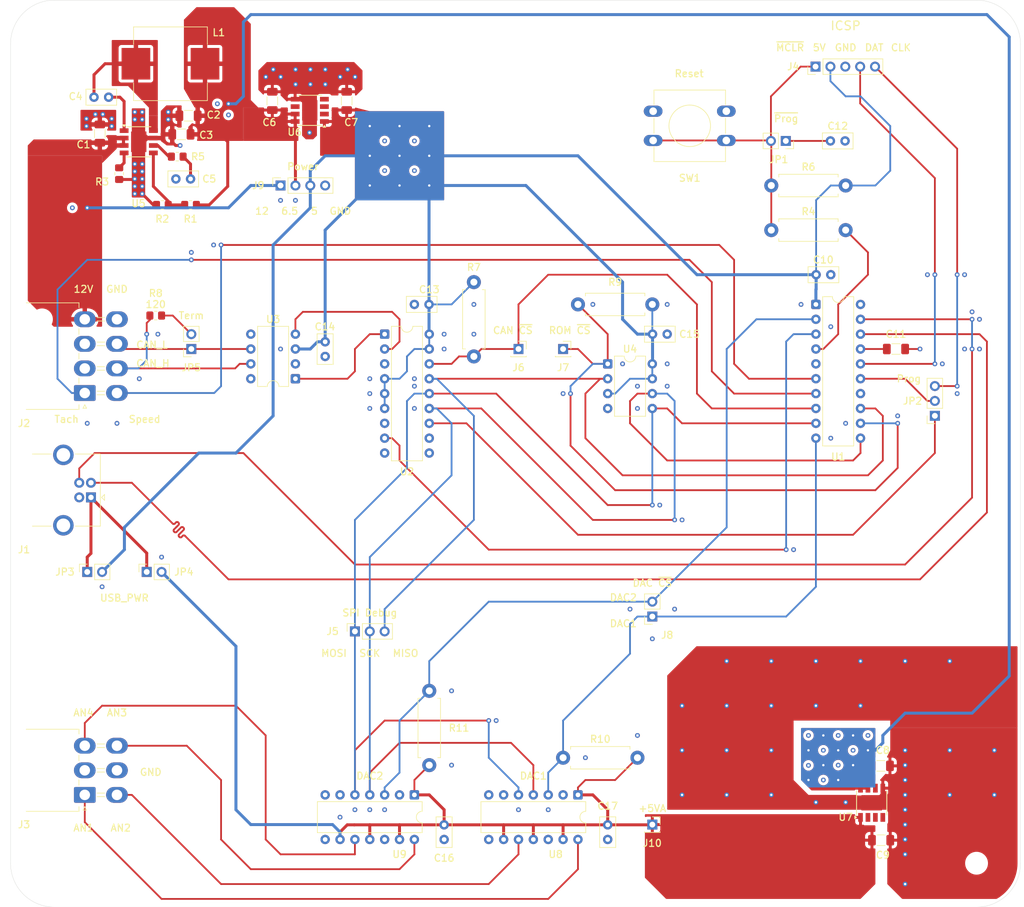
<source format=kicad_pcb>
(kicad_pcb (version 20241229) (generator "pcbnew") (generator_version "9.0")
  (layers (0 "F.Cu" signal) (4 "In1.Cu" signal) (6 "In2.Cu" signal) (2 "B.Cu" power) (13 "F.Paste" user) (15 "B.Paste" user) (5 "F.SilkS" user "F.Silkscreen") (7 "B.SilkS" user "B.Silkscreen") (1 "F.Mask" user) (3 "B.Mask" user) (25 "Edge.Cuts" user))
  (net 0 "")
  (net 1 "+12V")
  (net 2 "GND")
  (net 3 "+6.5V")
  (net 4 "Net-(U5-BST)")
  (net 5 "Net-(U5-SW)")
  (net 6 "Net-(C5-Pad2)")
  (net 7 "+5V")
  (net 8 "+5VA")
  (net 9 "Net-(U1-Vusb3v3)")
  (net 10 "Net-(JP1-A)")
  (net 11 "/USB_D+")
  (net 12 "VBUS")
  (net 14 "/USB_D-")
  (net 15 "/CAN_L")
  (net 16 "/Tach")
  (net 17 "/Speed")
  (net 18 "/CAN_H")
  (net 19 "/AN1")
  (net 20 "/AN4")
  (net 21 "/AN2")
  (net 22 "/AN3")
  (net 23 "/ICSP_~{MCLR}")
  (net 24 "/ICSP_CLK")
  (net 25 "/ICSP_DAT")
  (net 26 "/DAC1_~{CS}")
  (net 27 "/MISO")
  (net 28 "/ROM_~{CS}")
  (net 29 "/DAC2_~{CS}")
  (net 30 "/SCK")
  (net 31 "/MOSI")
  (net 32 "/CAN_~{CS}")
  (net 33 "/INT")
  (net 34 "Net-(JP5-B)")
  (net 35 "Net-(U5-FB)")
  (net 36 "Net-(U5-RT{slash}CLK)")
  (net 37 "/~{MCLR}")
  (net 38 "Net-(U5-COMP)")
  (net 40 "/CLK")
  (net 41 "/CAN_RX")
  (net 46 "/CAN_TX")
  (net 63 "/INT{slash}ICSP_CLK")
  (footprint "Connector_PinSocket_2.54mm:PinSocket_1x02_P2.54mm_Vertical" (layer "F.Cu") (at 55.88 134.62 180)
    (property "Reference" "JP5")
    (property "Value" "Term")
  )
  (footprint "Package_DIP:DIP-14_W7.62mm" (layer "F.Cu") (at 121.92 210.82 -90)
    (property "Reference" "U8")
    (property "Value" "MCP4912" (hide yes))
  )
  (footprint "Capacitor_THT:C_Disc_D5.0mm_W2.5mm_P2.50mm" (layer "F.Cu") (at 137.16 132.08 180)
    (property "Reference" "C15")
    (property "Value" "100n" (hide yes))
  )
  (footprint "Connector_PinSocket_2.54mm:PinSocket_1x01_P2.54mm_Vertical" (layer "F.Cu") (at 111.76 134.62)
    (property "Reference" "J6")
    (property "Value" "CAN ~{CS}")
  )
  (footprint "Connector_PinSocket_2.54mm:PinSocket_1x02_P2.54mm_Vertical" (layer "F.Cu") (at 38.1 172.72 90)
    (property "Reference" "JP3")
    (property "Value" "USB_PWR")
  )
  (footprint "Capacitor_THT:C_Disc_D5.0mm_W2.5mm_P2.50mm" (layer "F.Cu") (at 93.98 127)
    (property "Reference" "C13")
    (property "Value" "100n" (hide yes))
  )
  (footprint "Connector_PinHeader_2.54mm:PinHeader_1x05_P2.54mm_Vertical" (layer "F.Cu") (at 162.5 86.36 90)
    (property "Reference" "J4")
    (property "Value" "ICSP")
  )
  (footprint "Capacitor_THT:C_Disc_D5.0mm_W2.5mm_P2.50mm" (layer "F.Cu") (at 99.06 215.94 -90)
    (property "Reference" "C16")
    (property "Value" "100n" (hide yes))
  )
  (footprint "Connector_PinSocket_2.54mm:PinSocket_1x03_P2.54mm_Vertical" (layer "F.Cu") (at 182.88 146.035 180)
    (property "Reference" "JP2")
    (property "Value" "Prog")
  )
  (footprint "Resistor_SMD:R_0805_2012Metric_Pad1.20x1.40mm_HandSolder" (layer "F.Cu") (at 49.8 128.905 180)
    (property "Reference" "R8")
    (property "Value" "120")
  )
  (footprint "Resistor_SMD:R_0805_2012Metric_Pad1.20x1.40mm_HandSolder" (layer "F.Cu") (at 55.745 110)
    (property "Reference" "R1")
    (property "Value" "73k2" (hide yes))
  )
  (footprint "Connector_PinSocket_2.54mm:PinSocket_1x02_P2.54mm_Vertical" (layer "F.Cu") (at 157.42 99.06 -90)
    (property "Reference" "JP1")
    (property "Value" "~{Prog}")
  )
  (footprint "Capacitor_THT:C_Disc_D5.0mm_W2.5mm_P2.50mm" (layer "F.Cu") (at 39.255 91.585)
    (property "Reference" "C4")
    (property "Value" "100n" (hide yes))
  )
  (footprint "Capacitor_THT:C_Disc_D5.0mm_W2.5mm_P2.50mm" (layer "F.Cu") (at 165.04 99.06)
    (property "Reference" "C12")
    (property "Value" "100n" (hide yes))
  )
  (footprint "Capacitor_SMD:C_1206_3216Metric_Pad1.33x1.80mm_HandSolder" (layer "F.Cu") (at 176.2375 134.62)
    (property "Reference" "C11")
    (property "Value" "1u" (hide yes))
  )
  (footprint "Package_DIP:DIP-8_W7.62mm" (layer "F.Cu") (at 127 137.16)
    (property "Reference" "U4")
    (property "Value" "25LC160C" (hide yes))
  )
  (footprint "Resistor_THT:R_Axial_DIN0411_L9.9mm_D3.6mm_P12.70mm_Horizontal" (layer "F.Cu") (at 132.08 204.47 180)
    (property "Reference" "R10")
    (property "Value" "10k" (hide yes))
  )
  (footprint "Connector_PinSocket_2.54mm:PinSocket_1x02_P2.54mm_Vertical" (layer "F.Cu") (at 134.62 180.34 180)
    (property "Reference" "J8")
    (property "Value" "DAC ~{CS}")
  )
  (footprint "Capacitor_SMD:C_1206_3216Metric_Pad1.33x1.80mm_HandSolder" (layer "F.Cu") (at 69.715 92.22 90)
    (property "Reference" "C6")
    (property "Value" "22u" (hide yes))
  )
  (footprint "Capacitor_THT:C_Disc_D5.0mm_W2.5mm_P2.50mm" (layer "F.Cu") (at 53.245 105.555)
    (property "Reference" "C5")
    (property "Value" "100n" (hide yes))
  )
  (footprint "Resistor_SMD:R_0805_2012Metric_Pad1.20x1.40mm_HandSolder" (layer "F.Cu") (at 43.553 104.65 -90)
    (property "Reference" "R3")
    (property "Value" "50k" (hide yes))
  )
  (footprint "Button_Switch_THT:SW_PUSH-12mm" (layer "F.Cu") (at 134.76 93.98)
    (property "Reference" "SW1")
    (property "Value" "Reset")
  )
  (footprint "Resistor_SMD:R_0805_2012Metric_Pad1.20x1.40mm_HandSolder" (layer "F.Cu") (at 50.935 110)
    (property "Reference" "R2")
    (property "Value" "10k" (hide yes))
  )
  (footprint "Connector_Molex:Molex_Mini-Fit_Jr_5569-06A2_2x03_P4.20mm_Horizontal" (layer "F.Cu") (at 37.68 210.82 90)
    (property "Reference" "J3")
    (property "Value" "Analog" (hide yes))
  )
  (footprint "Resistor_THT:R_Axial_DIN0411_L9.9mm_D3.6mm_P12.70mm_Horizontal" (layer "F.Cu") (at 96.52 205.74 90)
    (property "Reference" "R11")
    (property "Value" "10k" (hide yes))
  )
  (footprint "Connector_Molex:Molex_Mini-Fit_Jr_5569-08A2_2x04_P4.20mm_Horizontal" (layer "F.Cu") (at 37.68 142.14 90)
    (property "Reference" "J2")
    (property "Value" "Conn_02x04_Top_Bottom" (hide yes))
  )
  (footprint "Capacitor_THT:C_Disc_D5.0mm_W2.5mm_P2.50mm" (layer "F.Cu") (at 78.74 135.89 90)
    (property "Reference" "C14")
    (property "Value" "100n" (hide yes))
  )
  (footprint "Resistor_SMD:R_0805_2012Metric_Pad1.20x1.40mm_HandSolder" (layer "F.Cu") (at 53.475 101.745 180)
    (property "Reference" "R5")
    (property "Value" "12k" (hide yes))
  )
  (footprint "Package_DIP:DIP-14_W7.62mm" (layer "F.Cu") (at 93.98 210.82 -90)
    (property "Reference" "U9")
    (property "Value" "MCP4912" (hide yes))
  )
  (footprint "Connector_USB:USB_B_OST_USB-B1HSxx_Horizontal" (layer "F.Cu") (at 38.735 159.98 180)
    (property "Reference" "J1")
    (property "Value" "USB_B")
  )
  (footprint "Capacitor_SMD:C_1206_3216Metric_Pad1.33x1.80mm_HandSolder" (layer "F.Cu") (at 173.6475 205.861875)
    (property "Reference" "C8")
    (property "Value" "22u" (hide yes))
  )
  (footprint "MountingHole:MountingHole_3.2mm_M3_DIN965" (layer "F.Cu") (at 32.5 222.5)
    (property "Reference" "H2" (hide yes))
    (property "Value" "MountingHole" (hide yes))
  )
  (footprint "MountingHole:MountingHole_3.2mm_M3_DIN965" (layer "F.Cu") (at 190 222.5)
    (property "Reference" "H3" (hide yes))
    (property "Value" "MountingHole" (hide yes))
  )
  (footprint "Package_SO:Diodes_SO-8EP" (layer "F.Cu") (at 172.085 212.169375 90)
    (property "Reference" "U7")
    (property "Value" "AP7375Q" (hide yes))
  )
  (footprint "MountingHole:MountingHole_3.2mm_M3_DIN965" (layer "F.Cu") (at 190 82.5)
    (property "Reference" "H4" (hide yes))
    (property "Value" "MountingHole" (hide yes))
  )
  (footprint "Connector_PinSocket_2.54mm:PinSocket_1x04_P2.54mm_Vertical" (layer "F.Cu") (at 71.12 106.68 90)
    (property "Reference" "J9")
    (property "Value" "Conn_01x04_Socket" (hide yes))
  )
  (footprint "Connector_PinSocket_2.54mm:PinSocket_1x02_P2.54mm_Vertical" (layer "F.Cu") (at 48.26 172.72 90)
    (property "Reference" "JP4")
    (property "Value" "USB_PWR" (hide yes))
  )
  (footprint "Capacitor_SMD:C_1206_3216Metric_Pad1.33x1.80mm_HandSolder" (layer "F.Cu") (at 40.251 97.808 90)
    (property "Reference" "C1")
    (property "Value" "22u" (hide yes))
  )
  (footprint "Package_DIP:DIP-20_W7.62mm" (layer "F.Cu") (at 162.56 127)
    (property "Reference" "U1")
    (property "Value" "PIC16F1459-IP" (hide yes))
  )
  (footprint "Package_SO:Diodes_SO-8EP" (layer "F.Cu") (at 46.8975 99.205)
    (property "Reference" "U5")
    (property "Value" "AP64100Q" (hide yes))
  )
  (footprint "Resistor_THT:R_Axial_DIN0411_L9.9mm_D3.6mm_P12.70mm_Horizontal" (layer "F.Cu") (at 134.62 127 180)
    (property "Reference" "R9")
    (property "Value" "10k" (hide yes))
  )
  (footprint "Inductor_SMD:L_Wuerth_WE-PD-Typ-LS_Handsoldering" (layer "F.Cu") (at 52.316 85.87)
    (property "Reference" "L1")
    (property "Value" "15u" (hide yes))
  )
  (footprint "Package_DIP:DIP-18_W7.62mm" (layer "F.Cu") (at 88.9 132.08)
    (property "Reference" "U2")
    (property "Value" "MCP2515-I/P" (hide yes))
  )
  (footprint "Capacitor_SMD:C_1206_3216Metric_Pad1.33x1.80mm_HandSolder" (layer "F.Cu") (at 54.1825 97.935)
    (property "Reference" "C3")
    (property "Value" "22u" (hide yes))
  )
  (footprint "Resistor_THT:R_Axial_DIN0411_L9.9mm_D3.6mm_P12.70mm_Horizontal" (layer "F.Cu") (at 104.14 123.19 -90)
    (property "Reference" "R7")
    (property "Value" "10k" (hide yes))
  )
  (footprint "Capacitor_THT:C_Disc_D5.0mm_W2.5mm_P2.50mm" (layer "F.Cu") (at 162.6 121.92)
    (property "Reference" "C10")
    (property "Value" "100n" (hide yes))
  )
  (footprint "Connector_PinSocket_2.54mm:PinSocket_1x01_P2.54mm_Vertical" (layer "F.Cu") (at 119.38 134.62)
    (property "Reference" "J7")
    (property "Value" "ROM ~{CS}")
  )
  (footprint "Capacitor_SMD:C_1206_3216Metric_Pad1.33x1.80mm_HandSolder" (layer "F.Cu") (at 55.4025 94.76)
    (property "Reference" "C2")
    (property "Value" "22u" (hide yes))
  )
  (footprint "Resistor_THT:R_Axial_DIN0411_L9.9mm_D3.6mm_P12.70mm_Horizontal" (layer "F.Cu") (at 167.64 106.68 180)
    (property "Reference" "R6")
    (property "Value" "10k" (hide yes))
  )
  (footprint "Capacitor_SMD:C_1206_3216Metric_Pad1.33x1.80mm_HandSolder" (layer "F.Cu") (at 173.6975 218.561875)
    (property "Reference" "C9")
    (property "Value" "22u" (hide yes))
  )
  (footprint "MountingHole:MountingHole_3.2mm_M3_DIN965" (layer "F.Cu") (at 32.5 82.5)
    (property "Reference" "H1" (hide yes))
    (property "Value" "MountingHole" (hide yes))
  )
  (footprint "Connector_PinSocket_2.54mm:PinSocket_1x01_P2.54mm_Vertical" (layer "F.Cu") (at 134.62 215.9)
    (property "Reference" "J10")
    (property "Value" "+5VA")
  )
  (footprint "Package_DIP:DIP-8_W7.62mm" (layer "F.Cu") (at 73.66 139.7 180)
    (property "Reference" "U3")
    (property "Value" "MCP2561-E-P" (hide yes))
  )
  (footprint "Capacitor_THT:C_Disc_D5.0mm_W2.5mm_P2.50mm" (layer "F.Cu") (at 127 215.94 -90)
    (property "Reference" "C17")
    (property "Value" "100n" (hide yes))
  )
  (footprint "Capacitor_SMD:C_1206_3216Metric_Pad1.33x1.80mm_HandSolder" (layer "F.Cu") (at 82.415 92.22 90)
    (property "Reference" "C7")
    (property "Value" "22u" (hide yes))
  )
  (footprint "Package_SO:Diodes_SO-8EP" (layer "F.Cu") (at 76.1075 93.8325 180)
    (property "Reference" "U6")
    (property "Value" "AP7375Q" (hide yes))
  )
  (footprint "Connector_PinSocket_2.54mm:PinSocket_1x03_P2.54mm_Vertical" (layer "F.Cu") (at 83.82 182.88 90)
    (property "Reference" "J5")
    (property "Value" "SPI Debug")
  )
  (footprint "Resistor_THT:R_Axial_DIN0411_L9.9mm_D3.6mm_P12.70mm_Horizontal" (layer "F.Cu") (at 154.94 114.3)
    (property "Reference" "R4")
    (property "Value" "220" (hide yes))
  )
  (gr_arc (start 25 82.5) (mid 27.196699 77.196699) (end 32.5 75) (stroke (width 0.05)) (layer "Edge.Cuts"))
  (gr_arc (start 197.5 222.5) (mid 195.303301 227.803301) (end 190 230) (stroke (width 0.05)) (layer "Edge.Cuts"))
  (gr_line (start 32.5 230) (end 190 230) (stroke (width 0.05)) (layer "Edge.Cuts"))
  (gr_arc (start 32.5 230) (mid 27.196699 227.803301) (end 25 222.5) (stroke (width 0.05)) (layer "Edge.Cuts"))
  (gr_line (start 25 222.5) (end 25 82.5) (stroke (width 0.05)) (layer "Edge.Cuts"))
  (gr_line (start 32.5 75) (end 190 75) (stroke (width 0.05)) (layer "Edge.Cuts"))
  (gr_line (start 197.5 82.5) (end 197.5 222.5) (stroke (width 0.05)) (layer "Edge.Cuts"))
  (gr_arc (start 190 75) (mid 195.303301 77.196699) (end 197.5 82.5) (stroke (width 0.05)) (layer "Edge.Cuts"))
  (gr_text "6.5" (at 71.12 111.76 0) (layer "F.SilkS") (effects (font (size 1.2 1.2) (thickness 0.2) (bold yes)) (justify left bottom)))
  (gr_text "AN3" (at 43.18 197.485 0) (layer "F.SilkS") (effects (font (size 1.2 1.2) (thickness 0.2) (bold yes)) (justify bottom)))
  (gr_text "GND" (at 43.18 125.095 0) (layer "F.SilkS") (effects (font (size 1.2 1.2) (thickness 0.2) (bold yes)) (justify bottom)))
  (gr_text "SCK" (at 86.36 187.325 0) (layer "F.SilkS") (effects (font (size 1.2 1.2) (thickness 0.2) (bold yes)) (justify bottom)))
  (gr_text "DAC1" (at 132.08 182.245 0) (layer "F.SilkS") (effects (font (size 1.2 1.2) (thickness 0.2) (bold yes)) (justify right bottom)))
  (gr_text "GND" (at 167.64 83.82 0) (layer "F.SilkS") (effects (font (size 1.2 1.2) (thickness 0.2) (bold yes)) (justify bottom)))
  (gr_text "DAT" (at 170.815 83.82 0) (layer "F.SilkS") (effects (font (size 1.2 1.2) (thickness 0.2) (bold yes)) (justify left bottom)))
  (gr_text "AN4" (at 37.465 197.485 0) (layer "F.SilkS") (effects (font (size 1.2 1.2) (thickness 0.2) (bold yes)) (justify bottom)))
  (gr_text "GND" (at 79.375 111.76 0) (layer "F.SilkS") (effects (font (size 1.2 1.2) (thickness 0.2) (bold yes)) (justify left bottom)))
  (gr_text "MOSI" (at 82.55 187.325 0) (layer "F.SilkS") (effects (font (size 1.2 1.2) (thickness 0.2) (bold yes)) (justify right bottom)))
  (gr_text "GND" (at 46.99 207.645 0) (layer "F.SilkS") (effects (font (size 1.2 1.2) (thickness 0.2) (bold yes)) (justify left bottom)))
  (gr_text "CAN_H" (at 46.355 137.795 0) (layer "F.SilkS") (effects (font (size 1.2 1.2) (thickness 0.2) (bold yes)) (justify left bottom)))
  (gr_text "~{MCLR}" (at 160.655 83.82 0) (layer "F.SilkS") (effects (font (size 1.2 1.2) (thickness 0.2) (bold yes)) (justify right bottom)))
  (gr_text "Tach" (at 32.385 147.32 0) (layer "F.SilkS") (effects (font (size 1.2 1.2) (thickness 0.2) (bold yes)) (justify left bottom)))
  (gr_text "CAN_L" (at 46.355 134.62 0) (layer "F.SilkS") (effects (font (size 1.2 1.2) (thickness 0.2) (bold yes)) (justify left bottom)))
  (gr_text "CLK" (at 175.26 83.82 0) (layer "F.SilkS") (effects (font (size 1.2 1.2) (thickness 0.2) (bold yes)) (justify left bottom)))
  (gr_text "MISO" (at 90.17 187.325 0) (layer "F.SilkS") (effects (font (size 1.2 1.2) (thickness 0.2) (bold yes)) (justify left bottom)))
  (gr_text "AN2" (at 43.815 217.17 0) (layer "F.SilkS") (effects (font (size 1.2 1.2) (thickness 0.2) (bold yes)) (justify bottom)))
  (gr_text "Power" (at 74.93 104.14 0) (layer "F.SilkS") (effects (font (size 1.2 1.2) (thickness 0.2) (bold yes)) (justify bottom)))
  (gr_text "5V" (at 161.925 83.82 0) (layer "F.SilkS") (effects (font (size 1.2 1.2) (thickness 0.2) (bold yes)) (justify left bottom)))
  (gr_text "DAC2" (at 86.36 208.28 0) (layer "F.SilkS") (effects (font (size 1.2 1.2) (thickness 0.2) (bold yes)) (justify bottom)))
  (gr_text "AN1" (at 37.465 217.17 0) (layer "F.SilkS") (effects (font (size 1.2 1.2) (thickness 0.2) (bold yes)) (justify bottom)))
  (gr_text "5" (at 76.2 111.76 0) (layer "F.SilkS") (effects (font (size 1.2 1.2) (thickness 0.2) (bold yes)) (justify left bottom)))
  (gr_text "Speed" (at 45.085 147.32 0) (layer "F.SilkS") (effects (font (size 1.2 1.2) (thickness 0.2) (bold yes)) (justify left bottom)))
  (gr_text "12" (at 66.675 111.76 0) (layer "F.SilkS") (effects (font (size 1.2 1.2) (thickness 0.2) (bold yes)) (justify left bottom)))
  (gr_text "DAC1" (at 114.3 208.28 0) (layer "F.SilkS") (effects (font (size 1.2 1.2) (thickness 0.2) (bold yes)) (justify bottom)))
  (gr_text "12V" (at 37.465 125.095 0) (layer "F.SilkS") (effects (font (size 1.2 1.2) (thickness 0.2) (bold yes)) (justify bottom)))
  (gr_text "DAC2" (at 132.08 177.8 0) (layer "F.SilkS") (effects (font (size 1.2 1.2) (thickness 0.2) (bold yes)) (justify right bottom)))
  (via (at 38.1 110.49) (size 0.8128) (drill 0.4) (layers "F.Cu" "B.Cu") (net 1))
  (segment (start 38.1 110.49) (end 62.23 110.49) (width 0.508) (layer "B.Cu") (net 1))
  (segment (start 62.23 110.49) (end 66.04 106.68) (width 0.508) (layer "B.Cu") (net 1))
  (segment (start 66.04 106.68) (end 71.12 106.68) (width 0.508) (layer "B.Cu") (net 1))
  (segment (start 49.395 110) (end 47.49 108.095) (width 0.508) (layer "F.Cu") (net 2))
  (segment (start 53.967 99.84) (end 53.205 99.84) (width 0.508) (layer "F.Cu") (net 2))
  (segment (start 46.125 105.65) (end 46.22 105.555) (width 0.508) (layer "F.Cu") (net 2))
  (segment (start 53.205 99.84) (end 52.62 99.255) (width 0.508) (layer "F.Cu") (net 2))
  (segment (start 52.62 99.255) (end 52.62 97.935) (width 0.508) (layer "F.Cu") (net 2))
  (segment (start 177.8 134.62) (end 180.34 134.62) (width 0.3048) (layer "F.Cu") (net 2))
  (segment (start 49.935 110) (end 49.395 110) (width 0.508) (layer "F.Cu") (net 2))
  (segment (start 43.553 105.65) (end 46.125 105.65) (width 0.508) (layer "F.Cu") (net 2))
  (via (at 165.1 149.86) (size 0.8128) (drill 0.4) (layers "F.Cu" "B.Cu") (net 2))
  (via (at 139.7 203.2) (size 0.8128) (drill 0.4) (layers "F.Cu" "B.Cu") (net 2))
  (via (at 190.5 129.54) (size 0.8128) (drill 0.4) (layers "F.Cu" "B.Cu") (net 2))
  (via (at 167.64 147.32) (size 0.8128) (drill 0.4) (layers "F.Cu" "B.Cu") (net 2))
  (via (at 119.38 142.24) (size 0.8128) (drill 0.4) (layers "F.Cu" "B.Cu") (net 2))
  (via (at 132.08 200.66) (size 0.8128) (drill 0.4) (layers "F.Cu" "B.Cu") (net 2))
  (via (at 177.8 215.9) (size 0.8128) (drill 0.4) (layers "F.Cu" "B.Cu") (net 2))
  (via (at 137.16 137.16) (size 0.8128) (drill 0.4) (layers "F.Cu" "B.Cu") (net 2))
  (via (at 139.7 195.58) (size 0.8128) (drill 0.4) (layers "F.Cu" "B.Cu") (net 2))
  (via (at 177.8 226.06) (size 0.8128) (drill 0.4) (layers "F.Cu" "B.Cu") (net 2))
  (via (at 180.34 134.62) (size 0.8128) (drill 0.4) (layers "F.Cu" "B.Cu") (net 2))
  (via (at 177.8 220.98) (size 0.8128) (drill 0.4) (layers "F.Cu" "B.Cu") (net 2))
  (via (at 39.489 94.506) (size 0.8128) (drill 0.4) (layers "F.Cu" "B.Cu") (net 2))
  (via (at 88.9 99.06) (size 0.8128) (drill 0.4) (layers "F.Cu" "B.Cu") (net 2))
  (via (at 47.49 108.095) (size 0.8128) (drill 0.4) (layers "F.Cu" "B.Cu") (net 2))
  (via (at 93.98 104.14) (size 0.8128) (drill 0.4) (layers "F.Cu" "B.Cu") (net 2))
  (via (at 76.22375 89.3875) (size 0.8128) (drill 0.4) (layers "F.Cu" "B.Cu") (net 2))
  (via (at 46.22 108.095) (size 0.8128) (drill 0.4) (layers "F.Cu" "B.Cu") (net 2))
  (via (at 59.69 116.84) (size 0.8128) (drill 0.4) (layers "F.Cu" "B.Cu") (net 2))
  (via (at 86.36 142.24) (size 0.8128) (drill 0.4) (layers "F.Cu" "B.Cu") (net 2))
  (via (at 46.22 95.395) (size 0.8128) (drill 0.4) (layers "F.Cu" "B.Cu") (net 2))
  (via (at 68.60375 88.1175) (size 0.8128) (drill 0.4) (layers "F.Cu" "B.Cu") (net 2))
  (via (at 137.16 127) (size 0.8128) (drill 0.4) (layers "F.Cu" "B.Cu") (net 2))
  (via (at 38.1 147.32) (size 0.8128) (drill 0.4) (layers "F.Cu" "B.Cu") (net 2))
  (via (at 78.76375 86.8475) (size 0.8128) (drill 0.4) (layers "F.Cu" "B.Cu") (net 2))
  (via (at 46.22 104.285) (size 0.8128) (drill 0.4) (layers "F.Cu" "B.Cu") (net 2))
  (via (at 78.76375 89.3875) (size 0.8128) (drill 0.4) (layers "F.Cu" "B.Cu") (net 2))
  (via (at 93.98 140.97) (size 0.8128) (drill 0.4) (layers "F.Cu" "B.Cu") (net 2))
  (via (at 137.16 140.97) (size 0.8128) (drill 0.4) (layers "F.Cu" "B.Cu") (net 2))
  (via (at 165.1 130.81) (size 0.8128) (drill 0.4) (layers "F.Cu" "B.Cu") (net 2))
  (via (at 51.935 94.125) (size 0.8128) (drill 0.4) (layers "F.Cu" "B.Cu") (net 2))
  (via (at 186.69 142.24) (size 0.8128) (drill 0.4) (layers "F.Cu" "B.Cu") (net 2))
  (via (at 100.33 193.04) (size 0.8128) (drill 0.4) (layers "F.Cu" "B.Cu") (net 2))
  (via (at 71.12 134.62) (size 0.8128) (drill 0.4) (layers "F.Cu" "B.Cu") (net 2))
  (via (at 83.84375 88.1175) (size 0.8128) (drill 0.4) (layers "F.Cu" "B.Cu") (net 2))
  (via (at 47.49 95.395) (size 0.8128) (drill 0.4) (layers "F.Cu" "B.Cu") (net 2))
  (via (at 162.56 187.96) (size 0.8128) (drill 0.4) (layers "F.Cu" "B.Cu") (net 2))
  (via (at 73.68375 89.3875) (size 0.8128) (drill 0.4) (layers "F.Cu" "B.Cu") (net 2))
  (via (at 130.81 179.07) (size 0.8128) (drill 0.4) (layers "F.Cu" "B.Cu") (net 2))
  (via (at 86.36 213.36) (size 0.8128) (drill 0.4) (layers "F.Cu" "B.Cu") (net 2))
  (via (at 185.42 210.82) (size 0.8128) (drill 0.4) (layers "F.Cu" "B.Cu") (net 2))
  (via (at 47.49 106.825) (size 0.8128) (drill 0.4) (layers "F.Cu" "B.Cu") (net 2))
  (via (at 177.8 210.82) (size 0.8128) (drill 0.4) (layers "F.Cu" "B.Cu") (net 2))
  (via (at 134.62 184.15) (size 0.8128) (drill 0.4) (layers "F.Cu" "B.Cu") (net 2))
  (via (at 129.54 137.16) (size 0.8128) (drill 0.4) (layers "F.Cu" "B.Cu") (net 2))
  (via (at 161.29 205.776875) (size 0.8128) (drill 0.4) (layers "F.Cu" "B.Cu") (net 2))
  (via (at 193.04 210.82) (size 0.8128) (drill 0.4) (layers "F.Cu" "B.Cu") (net 2))
  (via (at 37.965 96.538) (size 0.8128) (drill 0.4) (layers "F.Cu" "B.Cu") (net 2))
  (via (at 71.14375 88.1175) (size 0.8128) (drill 0.4) (layers "F.Cu" "B.Cu") (net 2))
  (via (at 55.88 118.11) (size 0.8128) (drill 0.4) (layers "F.Cu" "B.Cu") (net 2))
  (via (at 166.37 200.66) (size 0.8128) (drill 0.4) (layers "F.Cu" "B.Cu") (net 2))
  (via (at 100.33 205.74) (size 0.8128) (drill 0.4) (layers "F.Cu" "B.Cu") (net 2))
  (via (at 181.61 121.92) (size 0.8128) (drill 0.4) (layers "F.Cu" "B.Cu") (net 2))
  (via (at 177.8 218.44) (size 0.8128) (drill 0.4) (layers "F.Cu" "B.Cu") (net 2))
  (via (at 35.56 110.49) (size 0.8128) (drill 0.4) (layers "F.Cu" "B.Cu") (net 2))
  (via (at 111.76 213.36) (size 0.8128) (drill 0.4) (layers "F.Cu" "B.Cu") (net 2))
  (via (at 138.43 179.07) (size 0.8128) (drill 0.4) (layers "F.Cu" "B.Cu") (net 2))
  (via (at 47.49 105.555) (size 0.8128) (drill 0.4) (layers "F.Cu" "B.Cu") (net 2))
  (via (at 177.8 203.2) (size 0.8128) (drill 0.4) (layers "F.Cu" "B.Cu") (net 2))
  (via (at 86.36 144.78) (size 0.8128) (drill 0.4) (layers "F.Cu" "B.Cu") (net 2))
  (via (at 93.98 99.06) (size 0.8128) (drill 0.4) (layers "F.Cu" "B.Cu") (net 2))
  (via (at 189.23 128.27) (size 0.8128) (drill 0.4) (layers "F.Cu" "B.Cu") (net 2))
  (via (at 177.8 187.96) (size 0.8128) (drill 0.4) (layers "F.Cu" "B.Cu") (net 2))
  (via (at 107.95 198.12) (size 0.8128) (drill 0.4) (layers "F.Cu" "B.Cu") (net 2))
  (via (at 50.165 132.08) (size 0.8128) (drill 0.4) (layers "F.Cu" "B.Cu") (net 2))
  (via (at 158.75 168.91) (size 0.8128) (drill 0.4) (layers "F.Cu" "B.Cu") (net 2))
  (via (at 154.94 187.96) (size 0.8128) (drill 0.4) (layers "F.Cu" "B.Cu") (net 2))
  (via (at 187.96 121.92) (size 0.8128) (drill 0.4) (layers "F.Cu" "B.Cu") (net 2))
  (via (at 163.83 208.28) (size 0.8128) (drill 0.4) (layers "F.Cu" "B.Cu") (net 2))
  (via (at 53.967 99.84) (size 0.8128) (drill 0.4) (layers "F.Cu" "B.Cu") (net 2))
  (via (at 43.18 147.32) (size 0.8128) (drill 0.4) (layers "F.Cu" "B.Cu") (net 2))
  (via (at 37.965 95.268) (size 0.8128) (drill 0.4) (layers "F.Cu" "B.Cu") (net 2))
  (via (at 132.08 140.97) (size 0.8128) (drill 0.4) (layers "F.Cu" "B.Cu") (net 2))
  (via (at 168.91 203.2) (size 0.8128) (drill 0.4) (layers "F.Cu" "B.Cu") (net 2))
  (via (at 163.83 203.2) (size 0.8128) (drill 0.4) (layers "F.Cu" "B.Cu") (net 2))
  (via (at 88.9 104.14) (size 0.8128) (drill 0.4) (layers "F.Cu" "B.Cu") (net 2))
  (via (at 160.02 127) (size 0.8128) (drill 0.4) (layers "F.Cu" "B.Cu") (net 2))
  (via (at 47.49 104.285) (size 0.8128) (drill 0.4) (layers "F.Cu" "B.Cu") (net 2))
  (via (at 184.15 137.16) (size 0.8128) (drill 0.4) (layers "F.Cu" "B.Cu") (net 2))
  (via (at 62.23 94.615) (size 0.8128) (drill 0.4) (layers "F.Cu" "B.Cu") (net 2))
  (via (at 40.64 175.26) (size 0.8128) (drill 0.4) (layers "F.Cu" "B.Cu") (net 2))
  (via (at 99.06 134.62) (size 0.8128) (drill 0.4) (layers "F.Cu" "B.Cu") (net 2))
  (via (at 162.56 212.09) (size 0.8128) (drill 0.4) (layers "F.Cu" "B.Cu") (net 2))
  (via (at 76.22375 86.8475) (size 0.8128) (drill 0.4) (layers "F.Cu" "B.Cu") (net 2))
  (via (at 93.98 139.7) (size 0.8128) (drill 0.4) (layers "F.Cu" "B.Cu") (net 2))
  (via (at 83.82 213.36) (size 0.8128) (drill 0.4) (layers "F.Cu" "B.Cu") (net 2))
  (via (at 123.19 204.47) (size 0.8128) (drill 0.4) (layers "F.Cu" "B.Cu") (net 2))
  (via (at 170.18 187.96) (size 0.8128) (drill 0.4) (layers "F.Cu" "B.Cu") (net 2))
  (via (at 171.45 200.66) (size 0.8128) (drill 0.4) (layers "F.Cu" "B.Cu") (net 2))
  (via (at 51.935 95.395) (size 0.8128) (drill 0.4) (layers "F.Cu" "B.Cu") (net 2))
  (via (at 42.283 95.268) (size 0.8128) (drill 0.4) (layers "F.Cu" "B.Cu") (net 2))
  (via (at 46.22 106.825) (size 0.8128) (drill 0.4) (layers "F.Cu" "B.Cu") (net 2))
  (via (at 124.46 127) (size 0.8128) (drill 0.4) (layers "F.Cu" "B.Cu") (net 2))
  (via (at 170.18 195.58) (size 0.8128) (drill 0.4) (layers "F.Cu" "B.Cu") (net 2))
  (via (at 60.325 92.71) (size 0.8128) (drill 0.4) (layers "F.Cu" "B.Cu") (net 2))
  (via (at 42.283 96.538) (size 0.8128) (drill 0.4) (layers "F.Cu" "B.Cu") (net 2))
  (via (at 147.32 203.2) (size 0.8128) (drill 0.4) (layers "F.Cu" "B.Cu") (net 2))
  (via (at 71.12 109.22) (size 0.8128) (drill 0.4) (layers "F.Cu" "B.Cu") (net 2))
  (via (at 135.89 161.29) (size 0.8128) (drill 0.4) (layers "F.Cu" "B.Cu") (net 2))
  (via (at 139.7 210.82) (size 0.8128) (drill 0.4) (layers "F.Cu" "B.Cu") (net 2))
  (via (at 81.28 214.63) (size 0.8128) (drill 0.4) (layers "F.Cu" "B.Cu") (net 2))
  (via (at 154.94 210.82) (size 0.8128) (drill 0.4) (layers "F.Cu" "B.Cu") (net 2))
  (via (at 88.9 213.36) (size 0.8128) (drill 0.4) (layers "F.Cu" "B.Cu") (net 2))
  (via (at 46.22 105.555) (size 0.8128) (drill 0.4) (layers "F.Cu" "B.Cu") (net 2))
  (via (at 99.06 132.08) (size 0.8128) (drill 0.4) (layers "F.Cu" "B.Cu") (net 2))
  (via (at 154.94 195.58) (size 0.8128) (drill 0.4) (layers "F.Cu" "B.Cu") (net 2))
  (via (at 147.32 210.82) (size 0.8128) (drill 0.4) (layers "F.Cu" "B.Cu") (net 2))
  (via (at 193.04 203.2) (size 0.8128) (drill 0.4) (layers "F.Cu" "B.Cu") (net 2))
  (via (at 73.66 109.22) (size 0.8128) (drill 0.4) (layers "F.Cu" "B.Cu") (net 2))
  (via (at 139.7 163.83) (size 0.8128) (drill 0.4) (layers "F.Cu" "B.Cu") (net 2))
  (via (at 162.56 195.58) (size 0.8128) (drill 0.4) (layers "F.Cu" "B.Cu") (net 2))
  (via (at 82.57375 86.8475) (size 0.8128) (drill 0.4) (layers "F.Cu" "B.Cu") (net 2))
  (via (at 161.29 200.66) (size 0.8128) (drill 0.4) (layers "F.Cu" "B.Cu") (net 2))
  (via (at 132.08 144.78) (size 0.8128) (drill 0.4) (layers "F.Cu" "B.Cu") (net 2))
  (via (at 177.8 208.28) (size 0.8128) (drill 0.4) (layers "F.Cu" "B.Cu") (net 2))
  (via (at 69.87375 86.8475) (size 0.8128) (drill 0.4) (layers "F.Cu" "B.Cu") (net 2))
  (via (at 147.32 187.96) (size 0.8128) (drill 0.4) (layers "F.Cu" "B.Cu") (net 2))
  (via (at 40.759 94.506) (size 0.8128) (drill 0.4) (layers "F.Cu" "B.Cu") (net 2))
  (via (at 185.42 203.2) (size 0.8128) (drill 0.4) (layers "F.Cu" "B.Cu") (net 2))
  (via (at 166.37 205.74) (size 0.8128) (drill 0.4) (layers "F.Cu" "B.Cu") (net 2))
  (via (at 76.065 97.6425) (size 0.8128) (drill 0.4) (layers "F.Cu" "B.Cu") (net 2))
  (via (at 187.96 134.62) (size 0.8128) (drill 0.4) (layers "F.Cu" "B.Cu") (net 2))
  (via (at 46.99 139.7) (size 0.8128) (drill 0.4) (layers "F.Cu" "B.Cu") (net 2))
  (via (at 177.8 205.74) (size 0.8128) (drill 0.4) (layers "F.Cu" "B.Cu") (net 2))
  (via (at 93.98 144.78) (size 0.8128) (drill 0.4) (layers "F.Cu" "B.Cu") (net 2))
  (via (at 177.8 213.36) (size 0.8128) (drill 0.4) (layers "F.Cu" "B.Cu") (net 2))
  (via (at 46.22 103.015) (size 0.8128) (drill 0.4) (layers "F.Cu" "B.Cu") (net 2))
  (via (at 116.84 213.36) (size 0.8128) (drill 0.4) (layers "F.Cu" "B.Cu") (net 2))
  (via (at 46.22 94.125) (size 0.8128) (drill 0.4) (layers "F.Cu" "B.Cu") (net 2))
  (via (at 104.14 132.08) (size 0.8128) (drill 0.4) (layers "F.Cu" "B.Cu") (net 2))
  (via (at 190.5 134.62) (size 0.8128) (drill 0.4) (layers "F.Cu" "B.Cu") (net 2))
  (via (at 104.14 127) (size 0.8128) (drill 0.4) (layers "F.Cu" "B.Cu") (net 2))
  (via (at 185.42 187.96) (size 0.8128) (drill 0.4) (layers "F.Cu" "B.Cu") (net 2))
  (via (at 47.49 103.015) (size 0.8128) (drill 0.4) (layers "F.Cu" "B.Cu") (net 2))
  (via (at 81.30375 88.1175) (size 0.8128) (drill 0.4) (layers "F.Cu" "B.Cu") (net 2))
  (via (at 50.8 170.18) (size 0.8128) (drill 0.4) (layers "F.Cu" "B.Cu") (net 2))
  (via (at 73.68375 86.8475) (size 0.8128) (drill 0.4) (layers "F.Cu" "B.Cu") (net 2))
  (via (at 147.32 195.58) (size 0.8128) (drill 0.4) (layers "F.Cu" "B.Cu") (net 2))
  (via (at 176.53 146.05) (size 0.8128) (drill 0.4) (layers "F.Cu" "B.Cu") (net 2))
  (via (at 154.94 203.2) (size 0.8128) (drill 0.4) (layers "F.Cu" "B.Cu") (net 2))
  (via (at 86.36 139.7) (size 0.8128) (drill 0.4) (layers "F.Cu" "B.Cu") (net 2))
  (via (at 167.64 212.09) (size 0.8128) (drill 0.4) (layers "F.Cu" "B.Cu") (net 2))
  (via (at 47.49 94.125) (size 0.8128) (drill 0.4) (layers "F.Cu" "B.Cu") (net 2))
  (segment (start 60.825 97.935) (end 55.745 97.935) (width 0.508) (layer "F.Cu") (net 3))
  (segment (start 62.095 106.825) (end 62.095 99.205) (width 0.508) (layer "F.Cu") (net 3))
  (segment (start 62.095 99.205) (end 60.825 97.935) (width 0.508) (layer "F.Cu") (net 3))
  (segment (start 73.66 106.68) (end 73.66 95.7875) (width 0.508) (layer "F.Cu") (net 3))
  (segment (start 73.66 95.7875) (end 73.61 95.7375) (width 0.508) (layer "F.Cu") (net 3))
  (segment (start 56.745 110) (end 58.92 110) (width 0.508) (layer "F.Cu") (net 3))
  (segment (start 58.92 110) (end 62.095 106.825) (width 0.508) (layer "F.Cu") (net 3))
  (via (at 161.29 208.28) (size 0.8128) (drill 0.4) (layers "F.Cu" "B.Cu") (net 3))
  (via (at 163.83 205.74) (size 0.8128) (drill 0.4) (layers "F.Cu" "B.Cu") (net 3))
  (via (at 163.83 200.66) (size 0.8128) (drill 0.4) (layers "F.Cu" "B.Cu") (net 3))
  (via (at 166.37 208.28) (size 0.8128) (drill 0.4) (layers "F.Cu" "B.Cu") (net 3))
  (via (at 168.91 200.66) (size 0.8128) (drill 0.4) (layers "F.Cu" "B.Cu") (net 3))
  (via (at 171.45 203.2) (size 0.8128) (drill 0.4) (layers "F.Cu" "B.Cu") (net 3))
  (via (at 168.91 205.74) (size 0.8128) (drill 0.4) (layers "F.Cu" "B.Cu") (net 3))
  (via (at 161.29 203.2) (size 0.8128) (drill 0.4) (layers "F.Cu" "B.Cu") (net 3))
  (via (at 166.37 203.2) (size 0.8128) (drill 0.4) (layers "F.Cu" "B.Cu") (net 3))
  (via (at 62.23 92.71) (size 0.8128) (drill 0.4) (layers "F.Cu" "B.Cu") (net 3))
  (segment (start 177.8 196.85) (end 173.99 200.66) (width 0.508) (layer "B.Cu") (net 3))
  (segment (start 173.99 201.93) (end 172.756875 203.163125) (width 0.508) (layer "B.Cu") (net 3))
  (segment (start 191.77 77.47) (end 195.58 81.28) (width 0.508) (layer "B.Cu") (net 3))
  (segment (start 64.77 78.74) (end 66.04 77.47) (width 0.508) (layer "B.Cu") (net 3))
  (segment (start 195.58 190.5) (end 189.23 196.85) (width 0.508) (layer "B.Cu") (net 3))
  (segment (start 195.58 81.28) (end 195.58 190.5) (width 0.508) (layer "B.Cu") (net 3))
  (segment (start 64.77 91.44) (end 64.77 78.74) (width 0.508) (layer "B.Cu") (net 3))
  (segment (start 66.04 77.47) (end 191.77 77.47) (width 0.508) (layer "B.Cu") (net 3))
  (segment (start 172.756875 203.163125) (end 171.45 203.163125) (width 0.508) (layer "B.Cu") (net 3))
  (segment (start 62.23 92.71) (end 63.5 92.71) (width 0.508) (layer "B.Cu") (net 3))
  (segment (start 173.99 200.66) (end 173.99 201.93) (width 0.508) (layer "B.Cu") (net 3))
  (segment (start 63.5 92.71) (end 64.77 91.44) (width 0.508) (layer "B.Cu") (net 3))
  (segment (start 189.23 196.85) (end 177.8 196.85) (width 0.508) (layer "B.Cu") (net 3))
  (segment (start 44.4 97.3) (end 44.4 92.305) (width 0.508) (layer "F.Cu") (net 4))
  (segment (start 44.4 92.305) (end 43.68 91.585) (width 0.508) (layer "F.Cu") (net 4))
  (segment (start 43.68 91.585) (end 41.755 91.585) (width 0.508) (layer "F.Cu") (net 4))
  (segment (start 39.255 91.585) (end 39.255 87.755) (width 0.508) (layer "F.Cu") (net 5))
  (segment (start 41.14 85.87) (end 46.416 85.87) (width 0.508) (layer "F.Cu") (net 5))
  (segment (start 39.255 87.755) (end 41.14 85.87) (width 0.508) (layer "F.Cu") (net 5))
  (segment (start 55.745 103.015) (end 54.475 101.745) (width 0.508) (layer "F.Cu") (net 6))
  (segment (start 55.745 105.555) (end 55.745 103.015) (width 0.508) (layer "F.Cu") (net 6))
  (via (at 96.52 106.68) (size 0.8128) (drill 0.4) (layers "F.Cu" "B.Cu") (net 7))
  (via (at 96.52 101.6) (size 0.8128) (drill 0.4) (layers "F.Cu" "B.Cu") (net 7))
  (via (at 91.44 106.68) (size 0.8128) (drill 0.4) (layers "F.Cu" "B.Cu") (net 7))
  (via (at 91.44 96.52) (size 0.8128) (drill 0.4) (layers "F.Cu" "B.Cu") (net 7))
  (via (at 91.44 101.6) (size 0.8128) (drill 0.4) (layers "F.Cu" "B.Cu") (net 7))
  (via (at 86.36 106.68) (size 0.8128) (drill 0.4) (layers "F.Cu" "B.Cu") (net 7))
  (via (at 86.36 96.52) (size 0.8128) (drill 0.4) (layers "F.Cu" "B.Cu") (net 7))
  (via (at 96.52 96.52) (size 0.8128) (drill 0.4) (layers "F.Cu" "B.Cu") (net 7))
  (via (at 86.36 101.6) (size 0.8128) (drill 0.4) (layers "F.Cu" "B.Cu") (net 7))
  (segment (start 92.71 135.89) (end 93.98 134.62) (width 0.3048) (layer "B.Cu") (net 7))
  (segment (start 78.74 133.39) (end 78.74 114.3) (width 0.508) (layer "B.Cu") (net 7))
  (segment (start 113.03 106.68) (end 129.54 123.19) (width 0.508) (layer "B.Cu") (net 7))
  (segment (start 130.81 139.7) (end 128.27 142.24) (width 0.3048) (layer "B.Cu") (net 7))
  (segment (start 170.18 91.44) (end 167.64 91.44) (width 0.3048) (layer "B.Cu") (net 7))
  (segment (start 162.6 121.92) (end 142.24 121.92) (width 0.508) (layer "B.Cu") (net 7))
  (segment (start 88.9 139.7) (end 91.44 139.7) (width 0.3048) (layer "B.Cu") (net 7))
  (segment (start 162.6 124.42) (end 162.6 121.92) (width 0.508) (layer "B.Cu") (net 7))
  (segment (start 92.71 138.43) (end 92.71 135.89) (width 0.3048) (layer "B.Cu") (net 7))
  (segment (start 162.6 109.18) (end 165.1 106.68) (width 0.3048) (layer "B.Cu") (net 7))
  (segment (start 96.52 134.62) (end 96.52 132.08) (width 0.3048) (layer "B.Cu") (net 7))
  (segment (start 167.64 106.68) (end 172.72 106.68) (width 0.3048) (layer "B.Cu") (net 7))
  (segment (start 96.48 106.72) (end 96.52 106.68) (width 0.508) (layer "B.Cu") (net 7))
  (segment (start 93.98 134.62) (end 96.52 134.62) (width 0.3048) (layer "B.Cu") (net 7))
  (segment (start 172.72 106.68) (end 175.26 104.14) (width 0.3048) (layer "B.Cu") (net 7))
  (segment (start 129.54 123.19) (end 129.54 129.54) (width 0.508) (layer "B.Cu") (net 7))
  (segment (start 167.64 91.44) (end 165.04 88.84) (width 0.3048) (layer "B.Cu") (net 7))
  (segment (start 76.2 106.68) (end 76.2 104.14) (width 0.508) (layer "B.Cu") (net 7))
  (segment (start 134.62 132.04) (end 134.66 132.08) (width 0.3048) (layer "B.Cu") (net 7))
  (segment (start 104.14 123.19) (end 100.33 127) (width 0.3048) (layer "B.Cu") (net 7))
  (segment (start 175.26 96.52) (end 170.18 91.44) (width 0.3048) (layer "B.Cu") (net 7))
  (segment (start 134.66 137.12) (end 134.62 137.16) (width 0.508) (layer "B.Cu") (net 7))
  (segment (start 134.66 132.08) (end 134.66 137.12) (width 0.508) (layer "B.Cu") (net 7))
  (segment (start 165.04 88.84) (end 165.04 86.36) (width 0.3048) (layer "B.Cu") (net 7))
  (segment (start 129.54 129.54) (end 132.08 132.08) (width 0.508) (layer "B.Cu") (net 7))
  (segment (start 96.48 132.04) (end 96.52 132.08) (width 0.508) (layer "B.Cu") (net 7))
  (segment (start 40.64 172.72) (end 44.45 168.91) (width 0.508) (layer "B.Cu") (net 7))
  (segment (start 134.62 139.7) (end 134.62 137.16) (width 0.3048) (layer "B.Cu") (net 7))
  (segment (start 132.08 132.08) (end 134.66 132.08) (width 0.508) (layer "B.Cu") (net 7))
  (segment (start 121.92 101.6) (end 96.52 101.6) (width 0.508) (layer "B.Cu") (net 7))
  (segment (start 76.2 104.14) (end 78.74 101.6) (width 0.508) (layer "B.Cu") (net 7))
  (segment (start 73.66 134.62) (end 76.2 134.62) (width 0.508) (layer "B.Cu") (net 7))
  (segment (start 44.45 165.1) (end 57.15 152.4) (width 0.508) (layer "B.Cu") (net 7))
  (segment (start 96.48 127) (end 96.48 106.72) (width 0.508) (layer "B.Cu") (net 7))
  (segment (start 76.2 134.62) (end 77.43 133.39) (width 0.508) (layer "B.Cu") (net 7))
  (segment (start 100.33 127) (end 96.48 127) (width 0.3048) (layer "B.Cu") (net 7))
  (segment (start 44.45 168.91) (end 44.45 165.1) (width 0.508) (layer "B.Cu") (net 7))
  (segment (start 78.74 114.3) (end 86.36 106.68) (width 0.508) (layer "B.Cu") (net 7))
  (segment (start 128.27 142.24) (end 127 142.24) (width 0.3048) (layer "B.Cu") (net 7))
  (segment (start 96.48 127) (end 96.48 132.04) (width 0.508) (layer "B.Cu") (net 7))
  (segment (start 78.74 101.6) (end 86.36 101.6) (width 0.508) (layer "B.Cu") (net 7))
  (segment (start 63.5 152.4) (end 69.85 146.05) (width 0.508) (layer "B.Cu") (net 7))
  (segment (start 162.56 127) (end 162.56 124.46) (width 0.508) (layer "B.Cu") (net 7))
  (segment (start 76.2 110.49) (end 76.2 106.68) (width 0.508) (layer "B.Cu") (net 7))
  (segment (start 91.44 139.7) (end 92.71 138.43) (width 0.3048) (layer "B.Cu") (net 7))
  (segment (start 175.26 104.14) (end 175.26 96.52) (width 0.3048) (layer "B.Cu") (net 7))
  (segment (start 88.9 144.78) (end 88.9 139.7) (width 0.3048) (layer "B.Cu") (net 7))
  (segment (start 77.43 133.39) (end 78.74 133.39) (width 0.508) (layer "B.Cu") (net 7))
  (segment (start 69.85 146.05) (end 69.85 116.84) (width 0.508) (layer "B.Cu") (net 7))
  (segment (start 134.62 139.7) (end 130.81 139.7) (width 0.3048) (layer "B.Cu") (net 7))
  (segment (start 96.52 106.68) (end 113.03 106.68) (width 0.508) (layer "B.Cu") (net 7))
  (segment (start 142.24 121.92) (end 121.92 101.6) (width 0.508) (layer "B.Cu") (net 7))
  (segment (start 69.85 116.84) (end 76.2 110.49) (width 0.508) (layer "B.Cu") (net 7))
  (segment (start 162.56 124.46) (end 162.6 124.42) (width 0.508) (layer "B.Cu") (net 7))
  (segment (start 165.1 106.68) (end 167.64 106.68) (width 0.3048) (layer "B.Cu") (net 7))
  (segment (start 162.6 121.92) (end 162.6 109.18) (width 0.3048) (layer "B.Cu") (net 7))
  (segment (start 134.62 127) (end 134.62 132.04) (width 0.3048) (layer "B.Cu") (net 7))
  (segment (start 57.15 152.4) (end 63.5 152.4) (width 0.508) (layer "B.Cu") (net 7))
  (segment (start 124.46 210.82) (end 121.92 210.82) (width 0.508) (layer "F.Cu") (net 8))
  (segment (start 119.38 218.44) (end 119.38 215.94) (width 0.508) (layer "F.Cu") (net 8))
  (segment (start 127 215.94) (end 134.58 215.94) (width 0.508) (layer "F.Cu") (net 8))
  (segment (start 134.58 215.94) (end 134.62 215.9) (width 0.508) (layer "F.Cu") (net 8))
  (segment (start 127 215.94) (end 127 213.36) (width 0.508) (layer "F.Cu") (net 8))
  (segment (start 96.52 205.74) (end 93.98 208.28) (width 0.3048) (layer "F.Cu") (net 8))
  (segment (start 132.08 204.47) (end 128.27 208.28) (width 0.3048) (layer "F.Cu") (net 8))
  (segment (start 93.98 208.28) (end 93.98 210.82) (width 0.3048) (layer "F.Cu") (net 8))
  (segment (start 91.44 218.44) (end 91.44 215.94) (width 0.508) (layer "F.Cu") (net 8))
  (segment (start 86.36 215.94) (end 83.72 215.94) (width 0.508) (layer "F.Cu") (net 8))
  (segment (start 123.19 208.28) (end 121.92 209.55) (width 0.3048) (layer "F.Cu") (net 8))
  (segment (start 119.38 215.94) (end 114.3 215.94) (width 0.508) (layer "F.Cu") (net 8))
  (segment (start 127 215.94) (end 119.38 215.94) (width 0.508) (layer "F.Cu") (net 8))
  (segment (start 114.3 218.44) (end 114.3 215.94) (width 0.508) (layer "F.Cu") (net 8))
  (segment (start 81.28 217.17) (end 81.28 218.44) (width 0.508) (layer "F.Cu") (net 8))
  (segment (start 128.27 208.28) (end 123.19 208.28) (width 0.3048) (layer "F.Cu") (net 8))
  (segment (start 83.72 215.94) (end 82.51 215.94) (width 0.508) (layer "F.Cu") (net 8))
  (segment (start 99.06 215.94) (end 91.44 215.94) (width 0.508) (layer "F.Cu") (net 8))
  (segment (start 91.44 215.94) (end 86.36 215.94) (width 0.508) (layer "F.Cu") (net 8))
  (segment (start 99.06 215.94) (end 99.06 213.36) (width 0.508) (layer "F.Cu") (net 8))
  (segment (start 82.51 215.94) (end 81.28 217.17) (width 0.508) (layer "F.Cu") (net 8))
  (segment (start 86.36 218.44) (end 86.36 215.94) (width 0.508) (layer "F.Cu") (net 8))
  (segment (start 109.22 218.44) (end 109.22 215.94) (width 0.508) (layer "F.Cu") (net 8))
  (segment (start 127 213.36) (end 124.46 210.82) (width 0.508) (layer "F.Cu") (net 8))
  (segment (start 96.52 210.82) (end 93.98 210.82) (width 0.508) (layer "F.Cu") (net 8))
  (segment (start 121.92 209.55) (end 121.92 210.82) (width 0.3048) (layer "F.Cu") (net 8))
  (segment (start 114.3 215.94) (end 109.22 215.94) (width 0.508) (layer "F.Cu") (net 8))
  (segment (start 99.06 213.36) (end 96.52 210.82) (width 0.508) (layer "F.Cu") (net 8))
  (segment (start 109.22 215.94) (end 99.06 215.94) (width 0.508) (layer "F.Cu") (net 8))
  (segment (start 50.8 172.72) (end 63.5 185.42) (width 0.508) (layer "B.Cu") (net 8))
  (segment (start 63.5 185.42) (end 63.5 213.36) (width 0.508) (layer "B.Cu") (net 8))
  (segment (start 81.28 217.17) (end 81.28 218.44) (width 0.508) (layer "B.Cu") (net 8))
  (segment (start 66.04 215.9) (end 80.01 215.9) (width 0.508) (layer "B.Cu") (net 8))
  (segment (start 80.01 215.9) (end 81.28 217.17) (width 0.508) (layer "B.Cu") (net 8))
  (segment (start 63.5 213.36) (end 66.04 215.9) (width 0.508) (layer "B.Cu") (net 8))
  (segment (start 170.18 134.62) (end 174.675 134.62) (width 0.3048) (layer "F.Cu") (net 9))
  (segment (start 157.42 99.06) (end 165.04 99.06) (width 0.3048) (layer "F.Cu") (net 10))
  (segment (start 36.735 155.035) (end 39.37 152.4) (width 0.3048) (layer "F.Cu") (net 11))
  (segment (start 39.37 152.4) (end 64.77 152.4) (width 0.3048) (layer "F.Cu") (net 11))
  (segment (start 177.799999 171.45) (end 189.23 160.019999) (width 0.3048) (layer "F.Cu") (net 11))
  (segment (start 83.82 171.45) (end 177.799999 171.45) (width 0.3048) (layer "F.Cu") (net 11))
  (segment (start 64.77 152.4) (end 83.82 171.45) (width 0.3048) (layer "F.Cu") (net 11))
  (segment (start 189.23 160.019999) (end 189.23 134.62) (width 0.3048) (layer "F.Cu") (net 11))
  (segment (start 170.18 129.54) (end 189.23 129.54) (width 0.3048) (layer "F.Cu") (net 11))
  (segment (start 36.735 157.48) (end 36.735 155.035) (width 0.3048) (layer "F.Cu") (net 11))
  (via (at 189.23 129.54) (size 0.8128) (drill 0.4) (layers "F.Cu" "B.Cu") (net 11))
  (via (at 189.23 134.62) (size 0.8128) (drill 0.4) (layers "F.Cu" "B.Cu") (net 11))
  (segment (start 189.23 129.54) (end 189.23 134.62) (width 0.3048) (layer "B.Cu") (net 11))
  (segment (start 38.1 170.18) (end 38.1 172.72) (width 0.508) (layer "F.Cu") (net 12))
  (segment (start 48.26 169.505) (end 38.735 159.98) (width 0.508) (layer "F.Cu") (net 12))
  (segment (start 48.26 172.72) (end 48.26 169.505) (width 0.508) (layer "F.Cu") (net 12))
  (segment (start 38.735 169.545) (end 38.1 170.18) (width 0.508) (layer "F.Cu") (net 12))
  (segment (start 38.735 159.98) (end 38.735 169.545) (width 0.508) (layer "F.Cu") (net 12))
  (segment (start 58.469419 170.229419) (end 62.23 173.99) (width 0.3048) (layer "F.Cu") (net 14))
  (segment (start 54.170575 165.930575) (end 53.998154 166.102995) (width 0.3048) (layer "F.Cu") (net 14))
  (segment (start 62.23 173.99) (end 180.34 173.99) (width 0.3048) (layer "F.Cu") (net 14))
  (segment (start 38.735 157.48) (end 45.72 157.48) (width 0.3048) (layer "F.Cu") (net 14))
  (segment (start 53.480893 164.896052) (end 53.308472 165.068473) (width 0.3048) (layer "F.Cu") (net 14))
  (segment (start 54.564949 165.536204) (end 54.170575 165.930575) (width 0.3048) (layer "F.Cu") (net 14))
  (segment (start 54.860257 166.620257) (end 58.469419 170.229419) (width 0.3048) (layer "F.Cu") (net 14))
  (segment (start 190.5 132.08) (end 170.18 132.08) (width 0.3048) (layer "F.Cu") (net 14))
  (segment (start 191.77 133.35) (end 190.5 132.08) (width 0.3048) (layer "F.Cu") (net 14))
  (segment (start 54.207269 166.755984) (end 54.429205 166.534047) (width 0.3048) (layer "F.Cu") (net 14))
  (segment (start 180.34 173.99) (end 191.77 162.56) (width 0.3048) (layer "F.Cu") (net 14))
  (segment (start 53.049842 164.465001) (end 53.271777 164.243063) (width 0.3048) (layer "F.Cu") (net 14))
  (segment (start 53.616619 164.243063) (end 53.702829 164.329273) (width 0.3048) (layer "F.Cu") (net 14))
  (segment (start 54.774047 166.534047) (end 54.860257 166.620257) (width 0.3048) (layer "F.Cu") (net 14))
  (segment (start 52.914117 165.80767) (end 53.000327 165.89388) (width 0.3048) (layer "F.Cu") (net 14))
  (segment (start 53.308473 165.068473) (end 52.914117 165.462828) (width 0.3048) (layer "F.Cu") (net 14))
  (segment (start 54.478739 165.105152) (end 54.564949 165.191362) (width 0.3048) (layer "F.Cu") (net 14))
  (segment (start 53.702829 164.674115) (end 53.480893 164.896052) (width 0.3048) (layer "F.Cu") (net 14))
  (segment (start 53.308472 165.068473) (end 53.308473 165.068473) (width 0.3048) (layer "F.Cu") (net 14))
  (segment (start 53.345169 165.89388) (end 53.739524 165.499524) (width 0.3048) (layer "F.Cu") (net 14))
  (segment (start 53.739524 165.499524) (end 54.133895 165.10515) (width 0.3048) (layer "F.Cu") (net 14))
  (segment (start 53.776217 166.669774) (end 53.862427 166.755984) (width 0.3048) (layer "F.Cu") (net 14))
  (segment (start 45.72 157.48) (end 52.705 164.465) (width 0.3048) (layer "F.Cu") (net 14))
  (segment (start 191.77 162.56) (end 191.77 133.35) (width 0.3048) (layer "F.Cu") (net 14))
  (segment (start 53.998154 166.102995) (end 53.776217 166.324932) (width 0.3048) (layer "F.Cu") (net 14))
  (arc (start 54.564949 165.191362) (mid 54.636368 165.363783) (end 54.564949 165.536204) (width 0.3048) (layer "F.Cu") (net 14))
  (arc (start 53.000327 165.89388) (mid 53.172748 165.965299) (end 53.345169 165.89388) (width 0.3048) (layer "F.Cu") (net 14))
  (arc (start 54.429205 166.534047) (mid 54.601626 166.462628) (end 54.774047 166.534047) (width 0.3048) (layer "F.Cu") (net 14))
  (arc (start 53.702829 164.329273) (mid 53.774248 164.501694) (end 53.702829 164.674115) (width 0.3048) (layer "F.Cu") (net 14))
  (arc (start 53.862427 166.755984) (mid 54.034848 166.827403) (end 54.207269 166.755984) (width 0.3048) (layer "F.Cu") (net 14))
  (arc (start 53.271777 164.243063) (mid 53.444198 164.171644) (end 53.616619 164.243063) (width 0.3048) (layer "F.Cu") (net 14))
  (arc (start 53.776217 166.324932) (mid 53.704798 166.497353) (end 53.776217 166.669774) (width 0.3048) (layer "F.Cu") (net 14))
  (arc (start 52.914117 165.462828) (mid 52.842698 165.635249) (end 52.914117 165.80767) (width 0.3048) (layer "F.Cu") (net 14))
  (arc (start 54.133895 165.10515) (mid 54.306318 165.033733) (end 54.478739 165.105152) (width 0.3048) (layer "F.Cu") (net 14))
  (arc (start 52.705 164.465) (mid 52.877422 164.536419) (end 53.049842 164.465001) (width 0.3048) (layer "F.Cu") (net 14))
  (segment (start 44.06 134.62) (end 43.18 133.74) (width 0.3048) (layer "F.Cu") (net 15))
  (segment (start 66.04 134.62) (end 44.06 134.62) (width 0.3048) (layer "F.Cu") (net 15))
  (segment (start 144.78 123.19) (end 140.97 119.38) (width 0.3048) (layer "F.Cu") (net 16))
  (segment (start 140.97 119.38) (end 55.88 119.38) (width 0.3048) (layer "F.Cu") (net 16))
  (segment (start 144.78 138.43) (end 144.78 123.19) (width 0.3048) (layer "F.Cu") (net 16))
  (segment (start 162.56 142.24) (end 148.59 142.24) (width 0.3048) (layer "F.Cu") (net 16))
  (segment (start 148.59 142.24) (end 144.78 138.43) (width 0.3048) (layer "F.Cu") (net 16))
  (via (at 55.88 119.38) (size 0.8128) (drill 0.4) (layers "F.Cu" "B.Cu") (net 16))
  (segment (start 55.88 119.38) (end 38.1 119.38) (width 0.3048) (layer "B.Cu") (net 16))
  (segment (start 35.46 142.14) (end 37.68 142.14) (width 0.3048) (layer "B.Cu") (net 16))
  (segment (start 33.02 139.7) (end 35.46 142.14) (width 0.3048) (layer "B.Cu") (net 16))
  (segment (start 33.02 124.46) (end 33.02 139.7) (width 0.3048) (layer "B.Cu") (net 16))
  (segment (start 38.1 119.38) (end 33.02 124.46) (width 0.3048) (layer "B.Cu") (net 16))
  (segment (start 148.59 119.379999) (end 148.59 137.16) (width 0.3048) (layer "F.Cu") (net 17))
  (segment (start 148.59 137.16) (end 151.13 139.7) (width 0.3048) (layer "F.Cu") (net 17))
  (segment (start 60.96 116.84) (end 146.050001 116.84) (width 0.3048) (layer "F.Cu") (net 17))
  (segment (start 151.13 139.7) (end 162.56 139.7) (width 0.3048) (layer "F.Cu") (net 17))
  (segment (start 146.050001 116.84) (end 148.59 119.379999) (width 0.3048) (layer "F.Cu") (net 17))
  (via (at 60.96 116.84) (size 0.8128) (drill 0.4) (layers "F.Cu" "B.Cu") (net 17))
  (segment (start 60.96 140.97) (end 60.96 116.84) (width 0.3048) (layer "B.Cu") (net 17))
  (segment (start 59.79 142.14) (end 60.96 140.97) (width 0.3048) (layer "B.Cu") (net 17))
  (segment (start 43.18 142.14) (end 59.79 142.14) (width 0.3048) (layer "B.Cu") (net 17))
  (segment (start 48.8 129.635) (end 48.26 130.175) (width 0.3048) (layer "F.Cu") (net 18))
  (segment (start 66.04 137.16) (end 64.135 137.16) (width 0.3048) (layer "F.Cu") (net 18))
  (segment (start 48.8 128.905) (end 48.8 129.635) (width 0.3048) (layer "F.Cu") (net 18))
  (segment (start 48.26 130.175) (end 48.26 132.08) (width 0.3048) (layer "F.Cu") (net 18))
  (segment (start 64.135 137.16) (end 63.355 137.94) (width 0.3048) (layer "F.Cu") (net 18))
  (segment (start 63.355 137.94) (end 43.18 137.94) (width 0.3048) (layer "F.Cu") (net 18))
  (via (at 48.26 132.08) (size 0.8128) (drill 0.4) (layers "F.Cu" "B.Cu") (net 18))
  (segment (start 48.26 132.08) (end 48.26 136.525) (width 0.3048) (layer "B.Cu") (net 18))
  (segment (start 46.845 137.94) (end 43.18 137.94) (width 0.3048) (layer "B.Cu") (net 18))
  (segment (start 48.26 136.525) (end 46.845 137.94) (width 0.3048) (layer "B.Cu") (net 18))
  (segment (start 50.8 228.6) (end 37.68 215.48) (width 0.3048) (layer "F.Cu") (net 19))
  (segment (start 37.68 215.48) (end 37.68 210.82) (width 0.3048) (layer "F.Cu") (net 19))
  (segment (start 121.92 218.44) (end 121.92 223.52) (width 0.3048) (layer "F.Cu") (net 19))
  (segment (start 121.92 223.52) (end 116.84 228.6) (width 0.3048) (layer "F.Cu") (net 19))
  (segment (start 116.84 228.6) (end 50.8 228.6) (width 0.3048) (layer "F.Cu") (net 19))
  (segment (start 68.58 200.66) (end 63.5 195.58) (width 0.3048) (layer "F.Cu") (net 20))
  (segment (start 71.12 220.98) (end 68.58 218.44) (width 0.3048) (layer "F.Cu") (net 20))
  (segment (start 83.82 220.98) (end 71.12 220.98) (width 0.3048) (layer "F.Cu") (net 20))
  (segment (start 68.58 218.44) (end 68.58 200.66) (width 0.3048) (layer "F.Cu") (net 20))
  (segment (start 37.68 198.54) (end 37.68 202.42) (width 0.3048) (layer "F.Cu") (net 20))
  (segment (start 83.82 218.44) (end 83.82 220.98) (width 0.3048) (layer "F.Cu") (net 20))
  (segment (start 40.64 195.58) (end 37.68 198.54) (width 0.3048) (layer "F.Cu") (net 20))
  (segment (start 63.5 195.58) (end 40.64 195.58) (width 0.3048) (layer "F.Cu") (net 20))
  (segment (start 111.76 218.44) (end 111.76 220.98) (width 0.3048) (layer "F.Cu") (net 21))
  (segment (start 106.68 226.06) (end 60.96 226.06) (width 0.3048) (layer "F.Cu") (net 21))
  (segment (start 45.72 210.82) (end 43.18 210.82) (width 0.3048) (layer "F.Cu") (net 21))
  (segment (start 111.76 220.98) (end 106.68 226.06) (width 0.3048) (layer "F.Cu") (net 21))
  (segment (start 60.96 226.06) (end 45.72 210.82) (width 0.3048) (layer "F.Cu") (net 21))
  (segment (start 91.44 223.52) (end 66.04 223.52) (width 0.3048) (layer "F.Cu") (net 22))
  (segment (start 93.98 218.44) (end 93.98 220.98) (width 0.3048) (layer "F.Cu") (net 22))
  (segment (start 60.96 208.28) (end 55.1 202.42) (width 0.3048) (layer "F.Cu") (net 22))
  (segment (start 55.1 202.42) (end 43.18 202.42) (width 0.3048) (layer "F.Cu") (net 22))
  (segment (start 93.98 220.98) (end 91.44 223.52) (width 0.3048) (layer "F.Cu") (net 22))
  (segment (start 60.96 218.44) (end 60.96 208.28) (width 0.3048) (layer "F.Cu") (net 22))
  (segment (start 66.04 223.52) (end 60.96 218.44) (width 0.3048) (layer "F.Cu") (net 22))
  (segment (start 134.76 98.98) (end 154.8 98.98) (width 0.3048) (layer "F.Cu") (net 23))
  (segment (start 159.96 86.36) (end 162.5 86.36) (width 0.3048) (layer "F.Cu") (net 23))
  (segment (start 154.88 99.06) (end 154.88 91.44) (width 0.3048) (layer "F.Cu") (net 23))
  (segment (start 154.88 91.44) (end 159.96 86.36) (width 0.3048) (layer "F.Cu") (net 23))
  (segment (start 154.8 98.98) (end 154.88 99.06) (width 0.3048) (layer "F.Cu") (net 23))
  (segment (start 154.94 99.12) (end 154.88 99.06) (width 0.3048) (layer "F.Cu") (net 23))
  (segment (start 154.94 114.3) (end 154.94 99.12) (width 0.3048) (layer "F.Cu") (net 23))
  (segment (start 186.69 100.39) (end 172.66 86.36) (width 0.3048) (layer "F.Cu") (net 24))
  (segment (start 182.88 140.955) (end 186.675 140.955) (width 0.3048) (layer "F.Cu") (net 24))
  (segment (start 186.675 140.955) (end 186.69 140.97) (width 0.3048) (layer "F.Cu") (net 24))
  (segment (start 186.69 121.92) (end 186.69 100.39) (width 0.3048) (layer "F.Cu") (net 24))
  (via (at 186.69 121.92) (size 0.8128) (drill 0.4) (layers "F.Cu" "B.Cu") (net 24))
  (via (at 186.69 140.97) (size 0.8128) (drill 0.4) (layers "F.Cu" "B.Cu") (net 24))
  (segment (start 186.69 140.97) (end 186.69 121.92) (width 0.3048) (layer "B.Cu") (net 24))
  (segment (start 170.18 137.16) (end 182.88 137.16) (width 0.3048) (layer "F.Cu") (net 25))
  (segment (start 182.88 121.92) (end 182.88 105.41) (width 0.3048) (layer "F.Cu") (net 25))
  (segment (start 182.88 105.41) (end 170.12 92.65) (width 0.3048) (layer "F.Cu") (net 25))
  (segment (start 170.12 92.65) (end 170.12 86.36) (width 0.3048) (layer "F.Cu") (net 25))
  (via (at 182.88 137.16) (size 0.8128) (drill 0.4) (layers "F.Cu" "B.Cu") (net 25))
  (via (at 182.88 121.92) (size 0.8128) (drill 0.4) (layers "F.Cu" "B.Cu") (net 25))
  (segment (start 182.88 137.16) (end 182.88 121.92) (width 0.3048) (layer "B.Cu") (net 25))
  (segment (start 130.81 181.61) (end 132.08 180.34) (width 0.3048) (layer "B.Cu") (net 26))
  (segment (start 162.56 175.26) (end 157.48 180.34) (width 0.3048) (layer "B.Cu") (net 26))
  (segment (start 132.08 180.34) (end 134.62 180.34) (width 0.3048) (layer "B.Cu") (net 26))
  (segment (start 119.38 204.47) (end 116.84 207.01) (width 0.3048) (layer "B.Cu") (net 26))
  (segment (start 119.38 204.47) (end 119.38 198.12) (width 0.3048) (layer "B.Cu") (net 26))
  (segment (start 162.56 149.86) (end 162.56 175.26) (width 0.3048) (layer "B.Cu") (net 26))
  (segment (start 116.84 207.01) (end 116.84 210.82) (width 0.3048) (layer "B.Cu") (net 26))
  (segment (start 157.48 180.34) (end 134.62 180.34) (width 0.3048) (layer "B.Cu") (net 26))
  (segment (start 119.38 198.12) (end 130.81 186.69) (width 0.3048) (layer "B.Cu") (net 26))
  (segment (start 130.81 186.69) (end 130.81 181.61) (width 0.3048) (layer "B.Cu") (net 26))
  (segment (start 171.45 156.21) (end 129.54 156.21) (width 0.3048) (layer "F.Cu") (net 27))
  (segment (start 127 139.7) (end 96.52 139.7) (width 0.3048) (layer "F.Cu") (net 27))
  (segment (start 173.99 146.05) (end 173.99 153.67) (width 0.3048) (layer "F.Cu") (net 27))
  (segment (start 123.19 149.86) (end 123.19 142.24) (width 0.3048) (layer "F.Cu") (net 27))
  (segment (start 173.99 153.67) (end 171.45 156.21) (width 0.3048) (layer "F.Cu") (net 27))
  (segment (start 129.54 156.21) (end 123.19 149.86) (width 0.3048) (layer "F.Cu") (net 27))
  (segment (start 170.18 144.78) (end 172.72 144.78) (width 0.3048) (layer "F.Cu") (net 27))
  (segment (start 172.72 144.78) (end 173.99 146.05) (width 0.3048) (layer "F.Cu") (net 27))
  (segment (start 123.19 142.24) (end 125.73 139.7) (width 0.3048) (layer "F.Cu") (net 27))
  (segment (start 125.73 139.7) (end 127 139.7) (width 0.3048) (layer "F.Cu") (net 27))
  (segment (start 97.79 139.7) (end 104.14 146.05) (width 0.3048) (layer "B.Cu") (net 27))
  (segment (start 96.52 139.7) (end 97.79 139.7) (width 0.3048) (layer "B.Cu") (net 27))
  (segment (start 104.14 163.83) (end 88.9 179.07) (width 0.3048) (layer "B.Cu") (net 27))
  (segment (start 104.14 146.05) (end 104.14 163.83) (width 0.3048) (layer "B.Cu") (net 27))
  (segment (start 88.9 179.07) (end 88.9 182.88) (width 0.3048) (layer "B.Cu") (net 27))
  (segment (start 120.65 151.13) (end 120.65 142.24) (width 0.3048) (layer "F.Cu") (net 28))
  (segment (start 176.53 147.32) (end 176.53 154.94) (width 0.3048) (layer "F.Cu") (net 28))
  (segment (start 128.27 158.75) (end 120.65 151.13) (width 0.3048) (layer "F.Cu") (net 28))
  (segment (start 127 137.16) (end 127 132.08) (width 0.3048) (layer "F.Cu") (net 28))
  (segment (start 124.46 137.16) (end 121.92 134.62) (width 0.3048) (layer "F.Cu") (net 28))
  (segment (start 127 137.16) (end 124.46 137.16) (width 0.3048) (layer "F.Cu") (net 28))
  (segment (start 121.92 134.62) (end 119.38 134.62) (width 0.3048) (layer "F.Cu") (net 28))
  (segment (start 176.53 154.94) (end 172.72 158.75) (width 0.3048) (layer "F.Cu") (net 28))
  (segment (start 172.72 158.75) (end 128.27 158.75) (width 0.3048) (layer "F.Cu") (net 28))
  (segment (start 127 132.08) (end 121.92 127) (width 0.3048) (layer "F.Cu") (net 28))
  (via (at 120.65 142.24) (size 0.8128) (drill 0.4) (layers "F.Cu" "B.Cu") (net 28))
  (via (at 176.53 147.32) (size 0.8128) (drill 0.4) (layers "F.Cu" "B.Cu") (net 28))
  (segment (start 170.18 147.32) (end 176.53 147.32) (width 0.3048) (layer "B.Cu") (net 28))
  (segment (start 120.65 140.97) (end 124.46 137.16) (width 0.3048) (layer "B.Cu") (net 28))
  (segment (start 120.65 142.24) (end 120.65 140.97) (width 0.3048) (layer "B.Cu") (net 28))
  (segment (start 124.46 137.16) (end 127 137.16) (width 0.3048) (layer "B.Cu") (net 28))
  (segment (start 91.44 207.01) (end 91.44 198.12) (width 0.3048) (layer "B.Cu") (net 29))
  (segment (start 91.44 198.12) (end 96.52 193.04) (width 0.3048) (layer "B.Cu") (net 29))
  (segment (start 96.52 187.96) (end 96.52 193.04) (width 0.3048) (layer "B.Cu") (net 29))
  (segment (start 152.4 129.54) (end 147.32 134.62) (width 0.3048) (layer "B.Cu") (net 29))
  (segment (start 106.68 177.8) (end 96.52 187.96) (width 0.3048) (layer "B.Cu") (net 29))
  (segment (start 134.62 177.8) (end 106.68 177.8) (width 0.3048) (layer "B.Cu") (net 29))
  (segment (start 88.9 209.55) (end 91.44 207.01) (width 0.3048) (layer "B.Cu") (net 29))
  (segment (start 147.32 134.62) (end 147.32 165.1) (width 0.3048) (layer "B.Cu") (net 29))
  (segment (start 162.56 129.54) (end 152.4 129.54) (width 0.3048) (layer "B.Cu") (net 29))
  (segment (start 88.9 210.82) (end 88.9 209.55) (width 0.3048) (layer "B.Cu") (net 29))
  (segment (start 147.32 165.1) (end 134.62 177.8) (width 0.3048) (layer "B.Cu") (net 29))
  (segment (start 170.18 149.86) (end 170.18 152.4) (width 0.3048) (layer "F.Cu") (net 30))
  (segment (start 91.44 201.93) (end 110.49 201.93) (width 0.3048) (layer "F.Cu") (net 30))
  (segment (start 138.43 163.83) (end 124.46 163.83) (width 0.3048) (layer "F.Cu") (net 30))
  (segment (start 168.91 153.67) (end 137.16 153.67) (width 0.3048) (layer "F.Cu") (net 30))
  (segment (start 124.46 163.83) (end 105.41 144.78) (width 0.3048) (layer "F.Cu") (net 30))
  (segment (start 137.16 153.67) (end 130.81 147.32) (width 0.3048) (layer "F.Cu") (net 30))
  (segment (start 114.3 205.74) (end 114.3 210.82) (width 0.3048) (layer "F.Cu") (net 30))
  (segment (start 105.41 144.78) (end 96.52 144.78) (width 0.3048) (layer "F.Cu") (net 30))
  (segment (start 86.36 210.82) (end 86.36 207.01) (width 0.3048) (layer "F.Cu") (net 30))
  (segment (start 132.08 142.24) (end 134.62 142.24) (width 0.3048) (layer "F.Cu") (net 30))
  (segment (start 130.81 143.51) (end 132.08 142.24) (width 0.3048) (layer "F.Cu") (net 30))
  (segment (start 86.36 207.01) (end 91.44 201.93) (width 0.3048) (layer "F.Cu") (net 30))
  (segment (start 130.81 147.32) (end 130.81 143.51) (width 0.3048) (layer "F.Cu") (net 30))
  (segment (start 110.49 201.93) (end 114.3 205.74) (width 0.3048) (layer "F.Cu") (net 30))
  (segment (start 170.18 152.4) (end 168.91 153.67) (width 0.3048) (layer "F.Cu") (net 30))
  (via (at 138.43 163.83) (size 0.8128) (drill 0.4) (layers "F.Cu" "B.Cu") (net 30))
  (segment (start 100.33 156.21) (end 86.36 170.18) (width 0.3048) (layer "B.Cu") (net 30))
  (segment (start 96.52 144.78) (end 97.79 144.78) (width 0.3048) (layer "B.Cu") (net 30))
  (segment (start 86.36 170.18) (end 86.36 182.88) (width 0.3048) (layer "B.Cu") (net 30))
  (segment (start 100.33 147.32) (end 100.33 156.21) (width 0.3048) (layer "B.Cu") (net 30))
  (segment (start 137.16 142.24) (end 138.43 143.51) (width 0.3048) (layer "B.Cu") (net 30))
  (segment (start 138.43 143.51) (end 138.43 163.83) (width 0.3048) (layer "B.Cu") (net 30))
  (segment (start 86.36 182.88) (end 86.36 210.82) (width 0.3048) (layer "B.Cu") (net 30))
  (segment (start 97.79 144.78) (end 100.33 147.32) (width 0.3048) (layer "B.Cu") (net 30))
  (segment (start 134.62 142.24) (end 137.16 142.24) (width 0.3048) (layer "B.Cu") (net 30))
  (segment (start 137.16 144.78) (end 139.7 147.32) (width 0.3048) (layer "F.Cu") (net 31))
  (segment (start 83.82 203.2) (end 83.82 210.82) (width 0.3048) (layer "F.Cu") (net 31))
  (segment (start 88.9 198.12) (end 83.82 203.2) (width 0.3048) (layer "F.Cu") (net 31))
  (segment (start 106.68 198.12) (end 88.9 198.12) (width 0.3048) (layer "F.Cu") (net 31))
  (segment (start 107.95 142.24) (end 96.52 142.24) (width 0.3048) (layer "F.Cu") (net 31))
  (segment (start 127 161.29) (end 107.95 142.24) (width 0.3048) (layer "F.Cu") (net 31))
  (segment (start 139.7 147.32) (end 162.56 147.32) (width 0.3048) (layer "F.Cu") (net 31))
  (segment (start 134.62 144.78) (end 137.16 144.78) (width 0.3048) (layer "F.Cu") (net 31))
  (segment (start 134.62 161.29) (end 127 161.29) (width 0.3048) (layer "F.Cu") (net 31))
  (via (at 106.68 198.12) (size 0.8128) (drill 0.4) (layers "F.Cu" "B.Cu") (net 31))
  (via (at 134.62 161.29) (size 0.8128) (drill 0.4) (layers "F.Cu" "B.Cu") (net 31))
  (segment (start 83.82 163.83) (end 83.82 182.88) (width 0.3048) (layer "B.Cu") (net 31))
  (segment (start 134.62 161.29) (end 134.62 144.78) (width 0.3048) (layer "B.Cu") (net 31))
  (segment (start 106.68 204.47) (end 106.68 198.12) (width 0.3048) (layer "B.Cu") (net 31))
  (segment (start 111.76 210.82) (end 111.76 209.55) (width 0.3048) (layer "B.Cu") (net 31))
  (segment (start 96.52 142.24) (end 93.98 142.24) (width 0.3048) (layer "B.Cu") (net 31))
  (segment (start 92.71 154.94) (end 83.82 163.83) (width 0.3048) (layer "B.Cu") (net 31))
  (segment (start 92.71 143.51) (end 92.71 154.94) (width 0.3048) (layer "B.Cu") (net 31))
  (segment (start 83.82 182.88) (end 83.82 210.82) (width 0.3048) (layer "B.Cu") (net 31))
  (segment (start 93.98 142.24) (end 92.71 143.51) (width 0.3048) (layer "B.Cu") (net 31))
  (segment (start 111.76 209.55) (end 106.68 204.47) (width 0.3048) (layer "B.Cu") (net 31))
  (segment (start 111.76 127) (end 111.76 134.62) (width 0.3048) (layer "F.Cu") (net 32))
  (segment (start 111.76 134.62) (end 105.41 134.62) (width 0.3048) (layer "F.Cu") (net 32))
  (segment (start 144.78 144.78) (end 142.24 142.24) (width 0.3048) (layer "F.Cu") (net 32))
  (segment (start 101.6 135.89) (end 104.14 135.89) (width 0.3048) (layer "F.Cu") (net 32))
  (segment (start 96.52 137.16) (end 100.33 137.16) (width 0.3048) (layer "F.Cu") (net 32))
  (segment (start 142.24 127) (end 137.16 121.92) (width 0.3048) (layer "F.Cu") (net 32))
  (segment (start 105.41 134.62) (end 104.14 135.89) (width 0.3048) (layer "F.Cu") (net 32))
  (segment (start 162.56 144.78) (end 144.78 144.78) (width 0.3048) (layer "F.Cu") (net 32))
  (segment (start 116.84 121.92) (end 111.76 127) (width 0.3048) (layer "F.Cu") (net 32))
  (segment (start 137.16 121.92) (end 116.84 121.92) (width 0.3048) (layer "F.Cu") (net 32))
  (segment (start 142.24 142.24) (end 142.24 127) (width 0.3048) (layer "F.Cu") (net 32))
  (segment (start 100.33 137.16) (end 101.6 135.89) (width 0.3048) (layer "F.Cu") (net 32))
  (segment (start 102.87 147.32) (end 121.92 166.37) (width 0.3048) (layer "F.Cu") (net 33))
  (segment (start 168.91 166.37) (end 182.88 152.4) (width 0.3048) (layer "F.Cu") (net 33))
  (segment (start 96.52 147.32) (end 102.87 147.32) (width 0.3048) (layer "F.Cu") (net 33))
  (segment (start 182.88 152.4) (end 182.88 146.035) (width 0.3048) (layer "F.Cu") (net 33))
  (segment (start 121.92 166.37) (end 168.91 166.37) (width 0.3048) (layer "F.Cu") (net 33))
  (segment (start 50.8 128.905) (end 52.705 128.905) (width 0.3048) (layer "F.Cu") (net 34))
  (segment (start 52.705 128.905) (end 55.88 132.08) (width 0.3048) (layer "F.Cu") (net 34))
  (segment (start 49.395 106.825) (end 51.935 109.365) (width 0.508) (layer "F.Cu") (net 35))
  (segment (start 51.935 110) (end 54.745 110) (width 0.508) (layer "F.Cu") (net 35))
  (segment (start 49.395 101.11) (end 49.395 106.825) (width 0.508) (layer "F.Cu") (net 35))
  (segment (start 51.935 109.365) (end 51.935 110) (width 0.508) (layer "F.Cu") (net 35))
  (segment (start 44.4 102.803) (end 43.553 103.65) (width 0.508) (layer "F.Cu") (net 36))
  (segment (start 44.4 101.11) (end 44.4 102.803) (width 0.508) (layer "F.Cu") (net 36))
  (segment (start 166.37 127) (end 171.45 121.92) (width 0.3048) (layer "F.Cu") (net 37))
  (segment (start 162.56 134.62) (end 163.83 134.62) (width 0.3048) (layer "F.Cu") (net 37))
  (segment (start 166.37 132.08) (end 166.37 127) (width 0.3048) (layer "F.Cu") (net 37))
  (segment (start 171.45 121.92) (end 171.45 118.11) (width 0.3048) (layer "F.Cu") (net 37))
  (segment (start 171.45 118.11) (end 167.64 114.3) (width 0.3048) (layer "F.Cu") (net 37))
  (segment (start 163.83 134.62) (end 166.37 132.08) (width 0.3048) (layer "F.Cu") (net 37))
  (segment (start 50.157 99.84) (end 52.062 101.745) (width 0.508) (layer "F.Cu") (net 38))
  (segment (start 52.062 101.745) (end 52.475 101.745) (width 0.508) (layer "F.Cu") (net 38))
  (segment (start 49.395 99.84) (end 50.157 99.84) (width 0.508) (layer "F.Cu") (net 38))
  (segment (start 90.17 149.86) (end 88.9 149.86) (width 0.3048) (layer "F.Cu") (net 40))
  (segment (start 91.44 153.67) (end 91.44 151.13) (width 0.3048) (layer "F.Cu") (net 40))
  (segment (start 157.48 168.91) (end 106.68 168.91) (width 0.3048) (layer "F.Cu") (net 40))
  (segment (start 106.68 168.91) (end 91.44 153.67) (width 0.3048) (layer "F.Cu") (net 40))
  (segment (start 91.44 151.13) (end 90.17 149.86) (width 0.3048) (layer "F.Cu") (net 40))
  (via (at 157.48 168.91) (size 0.8128) (drill 0.4) (layers "F.Cu" "B.Cu") (net 40))
  (segment (start 157.48 168.91) (end 157.48 133.35) (width 0.3048) (layer "B.Cu") (net 40))
  (segment (start 157.48 133.35) (end 158.75 132.08) (width 0.3048) (layer "B.Cu") (net 40))
  (segment (start 158.75 132.08) (end 162.56 132.08) (width 0.3048) (layer "B.Cu") (net 40))
  (segment (start 73.66 129.54) (end 74.93 128.27) (width 0.3048) (layer "F.Cu") (net 41))
  (segment (start 73.66 132.08) (end 73.66 129.54) (width 0.3048) (layer "F.Cu") (net 41))
  (segment (start 74.93 128.27) (end 90.17 128.27) (width 0.3048) (layer "F.Cu") (net 41))
  (segment (start 90.17 134.62) (end 88.9 134.62) (width 0.3048) (layer "F.Cu") (net 41))
  (segment (start 91.44 133.35) (end 90.17 134.62) (width 0.3048) (layer "F.Cu") (net 41))
  (segment (start 90.17 128.27) (end 91.44 129.54) (width 0.3048) (layer "F.Cu") (net 41))
  (segment (start 91.44 129.54) (end 91.44 133.35) (width 0.3048) (layer "F.Cu") (net 41))
  (segment (start 73.66 139.7) (end 82.55 139.7) (width 0.3048) (layer "F.Cu") (net 46))
  (segment (start 86.36 132.08) (end 88.9 132.08) (width 0.3048) (layer "F.Cu") (net 46))
  (segment (start 82.55 139.7) (end 83.82 138.43) (width 0.3048) (layer "F.Cu") (net 46))
  (segment (start 83.82 134.62) (end 86.36 132.08) (width 0.3048) (layer "F.Cu") (net 46))
  (segment (start 83.82 138.43) (end 83.82 134.62) (width 0.3048) (layer "F.Cu") (net 46))
  (segment (start 170.18 139.7) (end 177.8 139.7) (width 0.3048) (layer "F.Cu") (net 63))
  (segment (start 181.61 143.51) (end 181.625 143.495) (width 0.3048) (layer "F.Cu") (net 63))
  (segment (start 181.625 143.495) (end 182.88 143.495) (width 0.3048) (layer "F.Cu") (net 63))
  (segment (start 177.8 139.7) (end 181.61 143.51) (width 0.3048) (layer "F.Cu") (net 63))
  (zone (net 1) (net_name "+12V") (layer "F.Cu") (priority 11) (connect_pads (clearance 0.508)) (min_thickness 0.254) (fill yes (thermal_gap 0.508) (thermal_bridge_width 0.762))
    (polygon (pts (xy 27.94 126.365) (xy 32.385 130.81) (xy 40.64 130.81) (xy 40.64 101.6) (xy 27.94 101.6)))
  )
  (zone (net 7) (net_name "+5V") (layer "F.Cu") (priority 9) (connect_pads (clearance 0.5)) (min_thickness 0.25) (fill yes (thermal_gap 0.508) (thermal_bridge_width 0.508) (island_removal_mode 1) (island_area_min 9.999998))
    (polygon (pts (xy 83.82 93.3245) (xy 86.36 93.98) (xy 99.06 93.98) (xy 99.06 109.22) (xy 83.82 109.22) (xy 83.82 101.6) (xy 77.87475 101.6) (xy 77.87475 95.2295) (xy 79.77975 95.2295) (xy 79.77975 93.3245)))
  )
  (zone (net 2) (net_name "GND") (layer "F.Cu") (priority 7) (connect_pads yes (clearance 0.5)) (min_thickness 0.25) (fill yes (thermal_gap 0.508) (thermal_bridge_width 0.762) (island_removal_mode 1) (island_area_min 9.999999))
    (polygon (pts (xy 137.16 213.36) (xy 177.8 213.36) (xy 177.8 208.401875) (xy 173.482 208.28) (xy 173.482 210.312) (xy 172.974 210.82) (xy 161.29 210.82) (xy 158.75 208.28) (xy 158.75 198.12) (xy 175.26 198.12) (xy 175.26 200.66) (xy 198.12 200.66) (xy 198.12 185.42) (xy 142.16 185.42) (xy 137.16 190.42)))
  )
  (zone (net 5) (net_name "Net-(U5-SW)") (layer "F.Cu") (priority 4) (connect_pads (clearance 0.5)) (min_thickness 0.25) (fill yes (thermal_gap 0.508) (thermal_bridge_width 0.762) (island_removal_mode 1) (island_area_min 9.999999))
    (polygon (pts (xy 48.633 94.76) (xy 48.633 93.372769) (xy 45.077 89.68) (xy 42.283 89.68) (xy 42.283 81.806) (xy 50.157 81.806) (xy 50.157 94.76)))
  )
  (zone (net 2) (net_name "GND") (layer "F.Cu") (priority 8) (connect_pads (clearance 0.5)) (min_thickness 0.25) (fill yes (thermal_gap 0.508) (thermal_bridge_width 0.508) (island_removal_mode 1) (island_area_min 9.999999))
    (polygon (pts (xy 84.042188 91.2925) (xy 85.11375 90.220938) (xy 85.11375 87.00625) (xy 83.685 85.5775) (xy 68.7625 85.5775) (xy 67.33375 87.00625) (xy 67.33375 90.34) (xy 68.28625 91.2925) (xy 71.14375 91.2925) (xy 72.41375 92.5625) (xy 74.31875 92.5625) (xy 74.31875 91.2925)))
  )
  (zone (net 2) (net_name "GND") (layer "F.Cu") (connect_pads (clearance 0.5)) (min_thickness 0.25) (fill yes (thermal_gap 0.508) (thermal_bridge_width 0.762) (island_removal_mode 1) (island_area_min 9.999999))
    (polygon (pts (xy 36.949 97.3) (xy 36.949 93.744) (xy 43.045 93.744) (xy 43.045 97.3)))
  )
  (zone (net 2) (net_name "GND") (layer "F.Cu") (priority 7) (connect_pads yes (clearance 0.5)) (min_thickness 0.25) (fill yes (thermal_gap 0.508) (thermal_bridge_width 0.762) (island_removal_mode 1) (island_area_min 9.999999))
    (polygon (pts (xy 76.7 98.7855) (xy 77.335 98.1505) (xy 77.335 87.9905) (xy 72.255 87.9905) (xy 72.255 92.4355) (xy 74.795 92.4355) (xy 74.795 98.1505) (xy 75.43 98.7855)))
  )
  (zone (net 3) (net_name "+6.5V") (layer "F.Cu") (priority 10) (connect_pads (clearance 0.5)) (min_thickness 0.25) (fill yes (thermal_gap 0.508) (thermal_bridge_width 0.508) (island_removal_mode 1) (island_area_min 9.999999))
    (polygon (pts (xy 64.77 93.345) (xy 74.16 93.345) (xy 74.16 99.06) (xy 64.77 99.06)))
  )
  (zone (net 2) (net_name "GND") (layer "F.Cu") (priority 2) (connect_pads (clearance 0.5)) (min_thickness 0.25) (fill yes (thermal_gap 0.508) (thermal_bridge_width 0.762))
    (polygon (pts (xy 48.887 98.062) (xy 50.2205 98.062) (xy 50.665 97.6175) (xy 50.665 93.9345) (xy 51.6175 92.982) (xy 54.221 92.982) (xy 54.221 96.792) (xy 53.205 96.792) (xy 53.205 99.459) (xy 52.824 99.84) (xy 51.681 99.84) (xy 50.665 99.078) (xy 48.887 99.078)))
  )
  (zone (net 2) (net_name "GND") (layer "F.Cu") (priority 8) (connect_pads (clearance 0.5)) (min_thickness 0.25) (fill yes (thermal_gap 0.508) (thermal_bridge_width 0.508) (island_removal_mode 1) (island_area_min 9.999999))
    (polygon (pts (xy 174.752 226.06) (xy 177.292 228.6) (xy 198.12 228.6) (xy 198.12 199.39) (xy 175.26 199.39) (xy 175.26 203.2) (xy 174.625 204.47) (xy 174.625 207.017153) (xy 173.482 208.28) (xy 173.482 210.192153) (xy 174.752 210.192153)))
  )
  (zone (net 5) (net_name "Net-(U5-SW)") (layer "F.Cu") (priority 3) (connect_pads yes (clearance 0.5)) (min_thickness 0.25) (fill yes (thermal_gap 0.508) (thermal_bridge_width 0.762) (island_removal_mode 1) (island_area_min 9.999999))
    (polygon (pts (xy 48.633 97.808) (xy 50.157 97.808) (xy 50.157 93.49) (xy 48.633 93.49)))
  )
  (zone (net 3) (net_name "+6.5V") (layer "F.Cu") (priority 5) (connect_pads (clearance 0.5)) (min_thickness 0.25) (fill yes (thermal_gap 0.508) (thermal_bridge_width 0.762) (island_removal_mode 1) (island_area_min 9.999999))
    (polygon (pts (xy 55.237 99.06) (xy 55.237 96.792) (xy 56.507 95.522) (xy 56.507 93.453714) (xy 54.61 90.17) (xy 54.61 78.343125) (xy 56.753125 76.2) (xy 63.1825 76.2) (xy 66.04 79.0575) (xy 66.04 92.075) (xy 67.31 93.345) (xy 67.31 99.06)))
  )
  (zone (net 2) (net_name "GND") (layer "F.Cu") (priority 1) (connect_pads yes (clearance 0.5)) (min_thickness 0.25) (fill yes (thermal_gap 0.3048) (thermal_bridge_width 0.762))
    (polygon (pts (xy 45.712 93.49) (xy 45.712 108.73) (xy 47.998 108.73) (xy 47.998 99.586) (xy 48.379 99.078) (xy 50.284 99.078) (xy 50.284 98.062) (xy 48.379 98.062) (xy 47.998 97.4905) (xy 47.998 93.49)))
  )
  (zone (net 3) (net_name "+6.5V") (layer "F.Cu") (priority 10) (connect_pads (clearance 0.5)) (min_thickness 0.25) (fill yes (thermal_gap 0.508) (thermal_bridge_width 0.508) (island_removal_mode 1) (island_area_min 9.999999))
    (polygon (pts (xy 172.72 199.39) (xy 172.72 208.401875) (xy 172.085 208.401875) (xy 172.085 210.052875) (xy 161.798 210.057298) (xy 160.02 208.28) (xy 160.02 199.39)))
  )
  (zone (net 1) (net_name "+12V") (layer "F.Cu") (priority 6) (connect_pads (clearance 0.5)) (min_thickness 0.25) (fill yes (thermal_gap 0.508) (thermal_bridge_width 0.762) (island_removal_mode 1) (island_area_min 9.999999))
    (polygon (pts (xy 27.94 99.822) (xy 28.956 98.806) (xy 40.250999 98.806) (xy 41.520998 98.062) (xy 44.568999 98.062) (xy 44.568999 100.348) (xy 43.18 100.348) (xy 40.64 102.87) (xy 27.94 102.87)))
  )
  (zone (net 8) (net_name "+5VA") (layer "F.Cu") (priority 9) (connect_pads (clearance 0.5)) (min_thickness 0.25) (fill yes (thermal_gap 0.508) (thermal_bridge_width 0.508) (island_removal_mode 1) (island_area_min 9.999999))
    (polygon (pts (xy 172.72 226.06) (xy 170.18 228.6) (xy 136.970781 228.6) (xy 133.35 224.979219) (xy 133.35 214.116875) (xy 170.815 214.116875) (xy 170.815 216.021875) (xy 172.72 216.021875)))
  )
  (zone (net 3) (net_name "+6.5V") (layer "B.Cu") (priority 15) (connect_pads (clearance 0.508)) (min_thickness 0.25) (fill yes (thermal_gap 0.5) (thermal_bridge_width 0.5))
    (polygon (pts (xy 172.72 209.55) (xy 161.29 209.55) (xy 160.02 208.28) (xy 160.02 199.39) (xy 172.72 199.39)))
  )
  (zone (net 7) (net_name "+5V") (layer "B.Cu") (priority 14) (connect_pads (clearance 0.508)) (min_thickness 0.25) (fill yes (thermal_gap 0.508) (thermal_bridge_width 0.508))
    (polygon (pts (xy 83.82 93.98) (xy 99.06 93.98) (xy 99.06 109.22) (xy 83.82 109.22)))
  )
)
</source>
